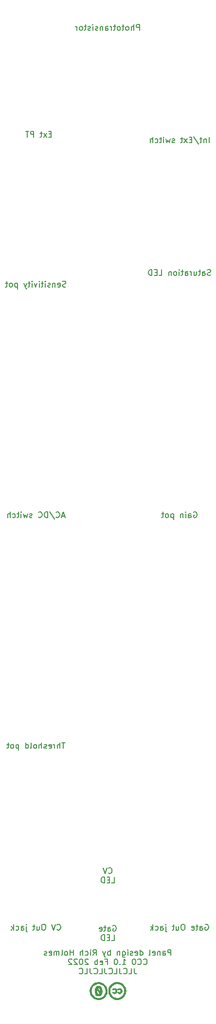
<source format=gbo>
G04 #@! TF.GenerationSoftware,KiCad,Pcbnew,6.0.2-378541a8eb~116~ubuntu20.04.1*
G04 #@! TF.CreationDate,2022-03-12T15:32:27-05:00*
G04 #@! TF.ProjectId,irinput_panel,6972696e-7075-4745-9f70-616e656c2e6b,rev?*
G04 #@! TF.SameCoordinates,Original*
G04 #@! TF.FileFunction,Legend,Bot*
G04 #@! TF.FilePolarity,Positive*
%FSLAX46Y46*%
G04 Gerber Fmt 4.6, Leading zero omitted, Abs format (unit mm)*
G04 Created by KiCad (PCBNEW 6.0.2-378541a8eb~116~ubuntu20.04.1) date 2022-03-12 15:32:27*
%MOMM*%
%LPD*%
G01*
G04 APERTURE LIST*
%ADD10C,0.150000*%
%ADD11C,0.010000*%
G04 APERTURE END LIST*
D10*
X43552380Y-119600000D02*
X43647619Y-119552380D01*
X43790476Y-119552380D01*
X43933333Y-119600000D01*
X44028571Y-119695238D01*
X44076190Y-119790476D01*
X44123809Y-119980952D01*
X44123809Y-120123809D01*
X44076190Y-120314285D01*
X44028571Y-120409523D01*
X43933333Y-120504761D01*
X43790476Y-120552380D01*
X43695238Y-120552380D01*
X43552380Y-120504761D01*
X43504761Y-120457142D01*
X43504761Y-120123809D01*
X43695238Y-120123809D01*
X42647619Y-120552380D02*
X42647619Y-120028571D01*
X42695238Y-119933333D01*
X42790476Y-119885714D01*
X42980952Y-119885714D01*
X43076190Y-119933333D01*
X42647619Y-120504761D02*
X42742857Y-120552380D01*
X42980952Y-120552380D01*
X43076190Y-120504761D01*
X43123809Y-120409523D01*
X43123809Y-120314285D01*
X43076190Y-120219047D01*
X42980952Y-120171428D01*
X42742857Y-120171428D01*
X42647619Y-120123809D01*
X42171428Y-120552380D02*
X42171428Y-119885714D01*
X42171428Y-119552380D02*
X42219047Y-119600000D01*
X42171428Y-119647619D01*
X42123809Y-119600000D01*
X42171428Y-119552380D01*
X42171428Y-119647619D01*
X41695238Y-119885714D02*
X41695238Y-120552380D01*
X41695238Y-119980952D02*
X41647619Y-119933333D01*
X41552380Y-119885714D01*
X41409523Y-119885714D01*
X41314285Y-119933333D01*
X41266666Y-120028571D01*
X41266666Y-120552380D01*
X40028571Y-119885714D02*
X40028571Y-120885714D01*
X40028571Y-119933333D02*
X39933333Y-119885714D01*
X39742857Y-119885714D01*
X39647619Y-119933333D01*
X39600000Y-119980952D01*
X39552380Y-120076190D01*
X39552380Y-120361904D01*
X39600000Y-120457142D01*
X39647619Y-120504761D01*
X39742857Y-120552380D01*
X39933333Y-120552380D01*
X40028571Y-120504761D01*
X38980952Y-120552380D02*
X39076190Y-120504761D01*
X39123809Y-120457142D01*
X39171428Y-120361904D01*
X39171428Y-120076190D01*
X39123809Y-119980952D01*
X39076190Y-119933333D01*
X38980952Y-119885714D01*
X38838095Y-119885714D01*
X38742857Y-119933333D01*
X38695238Y-119980952D01*
X38647619Y-120076190D01*
X38647619Y-120361904D01*
X38695238Y-120457142D01*
X38742857Y-120504761D01*
X38838095Y-120552380D01*
X38980952Y-120552380D01*
X38361904Y-119885714D02*
X37980952Y-119885714D01*
X38219047Y-119552380D02*
X38219047Y-120409523D01*
X38171428Y-120504761D01*
X38076190Y-120552380D01*
X37980952Y-120552380D01*
X45552380Y-191100000D02*
X45647619Y-191052380D01*
X45790476Y-191052380D01*
X45933333Y-191100000D01*
X46028571Y-191195238D01*
X46076190Y-191290476D01*
X46123809Y-191480952D01*
X46123809Y-191623809D01*
X46076190Y-191814285D01*
X46028571Y-191909523D01*
X45933333Y-192004761D01*
X45790476Y-192052380D01*
X45695238Y-192052380D01*
X45552380Y-192004761D01*
X45504761Y-191957142D01*
X45504761Y-191623809D01*
X45695238Y-191623809D01*
X44647619Y-192052380D02*
X44647619Y-191528571D01*
X44695238Y-191433333D01*
X44790476Y-191385714D01*
X44980952Y-191385714D01*
X45076190Y-191433333D01*
X44647619Y-192004761D02*
X44742857Y-192052380D01*
X44980952Y-192052380D01*
X45076190Y-192004761D01*
X45123809Y-191909523D01*
X45123809Y-191814285D01*
X45076190Y-191719047D01*
X44980952Y-191671428D01*
X44742857Y-191671428D01*
X44647619Y-191623809D01*
X44314285Y-191385714D02*
X43933333Y-191385714D01*
X44171428Y-191052380D02*
X44171428Y-191909523D01*
X44123809Y-192004761D01*
X44028571Y-192052380D01*
X43933333Y-192052380D01*
X43219047Y-192004761D02*
X43314285Y-192052380D01*
X43504761Y-192052380D01*
X43600000Y-192004761D01*
X43647619Y-191909523D01*
X43647619Y-191528571D01*
X43600000Y-191433333D01*
X43504761Y-191385714D01*
X43314285Y-191385714D01*
X43219047Y-191433333D01*
X43171428Y-191528571D01*
X43171428Y-191623809D01*
X43647619Y-191719047D01*
X41790476Y-191052380D02*
X41600000Y-191052380D01*
X41504761Y-191100000D01*
X41409523Y-191195238D01*
X41361904Y-191385714D01*
X41361904Y-191719047D01*
X41409523Y-191909523D01*
X41504761Y-192004761D01*
X41600000Y-192052380D01*
X41790476Y-192052380D01*
X41885714Y-192004761D01*
X41980952Y-191909523D01*
X42028571Y-191719047D01*
X42028571Y-191385714D01*
X41980952Y-191195238D01*
X41885714Y-191100000D01*
X41790476Y-191052380D01*
X40504761Y-191385714D02*
X40504761Y-192052380D01*
X40933333Y-191385714D02*
X40933333Y-191909523D01*
X40885714Y-192004761D01*
X40790476Y-192052380D01*
X40647619Y-192052380D01*
X40552380Y-192004761D01*
X40504761Y-191957142D01*
X40171428Y-191385714D02*
X39790476Y-191385714D01*
X40028571Y-191052380D02*
X40028571Y-191909523D01*
X39980952Y-192004761D01*
X39885714Y-192052380D01*
X39790476Y-192052380D01*
X38695238Y-191385714D02*
X38695238Y-192242857D01*
X38742857Y-192338095D01*
X38838095Y-192385714D01*
X38885714Y-192385714D01*
X38695238Y-191052380D02*
X38742857Y-191100000D01*
X38695238Y-191147619D01*
X38647619Y-191100000D01*
X38695238Y-191052380D01*
X38695238Y-191147619D01*
X37790476Y-192052380D02*
X37790476Y-191528571D01*
X37838095Y-191433333D01*
X37933333Y-191385714D01*
X38123809Y-191385714D01*
X38219047Y-191433333D01*
X37790476Y-192004761D02*
X37885714Y-192052380D01*
X38123809Y-192052380D01*
X38219047Y-192004761D01*
X38266666Y-191909523D01*
X38266666Y-191814285D01*
X38219047Y-191719047D01*
X38123809Y-191671428D01*
X37885714Y-191671428D01*
X37790476Y-191623809D01*
X36885714Y-192004761D02*
X36980952Y-192052380D01*
X37171428Y-192052380D01*
X37266666Y-192004761D01*
X37314285Y-191957142D01*
X37361904Y-191861904D01*
X37361904Y-191576190D01*
X37314285Y-191480952D01*
X37266666Y-191433333D01*
X37171428Y-191385714D01*
X36980952Y-191385714D01*
X36885714Y-191433333D01*
X36457142Y-192052380D02*
X36457142Y-191052380D01*
X36361904Y-191671428D02*
X36076190Y-192052380D01*
X36076190Y-191385714D02*
X36457142Y-191766666D01*
X29504761Y-191295000D02*
X29600000Y-191247380D01*
X29742857Y-191247380D01*
X29885714Y-191295000D01*
X29980952Y-191390238D01*
X30028571Y-191485476D01*
X30076190Y-191675952D01*
X30076190Y-191818809D01*
X30028571Y-192009285D01*
X29980952Y-192104523D01*
X29885714Y-192199761D01*
X29742857Y-192247380D01*
X29647619Y-192247380D01*
X29504761Y-192199761D01*
X29457142Y-192152142D01*
X29457142Y-191818809D01*
X29647619Y-191818809D01*
X28600000Y-192247380D02*
X28600000Y-191723571D01*
X28647619Y-191628333D01*
X28742857Y-191580714D01*
X28933333Y-191580714D01*
X29028571Y-191628333D01*
X28600000Y-192199761D02*
X28695238Y-192247380D01*
X28933333Y-192247380D01*
X29028571Y-192199761D01*
X29076190Y-192104523D01*
X29076190Y-192009285D01*
X29028571Y-191914047D01*
X28933333Y-191866428D01*
X28695238Y-191866428D01*
X28600000Y-191818809D01*
X28266666Y-191580714D02*
X27885714Y-191580714D01*
X28123809Y-191247380D02*
X28123809Y-192104523D01*
X28076190Y-192199761D01*
X27980952Y-192247380D01*
X27885714Y-192247380D01*
X27171428Y-192199761D02*
X27266666Y-192247380D01*
X27457142Y-192247380D01*
X27552380Y-192199761D01*
X27600000Y-192104523D01*
X27600000Y-191723571D01*
X27552380Y-191628333D01*
X27457142Y-191580714D01*
X27266666Y-191580714D01*
X27171428Y-191628333D01*
X27123809Y-191723571D01*
X27123809Y-191818809D01*
X27600000Y-191914047D01*
X29242857Y-193857380D02*
X29719047Y-193857380D01*
X29719047Y-192857380D01*
X28909523Y-193333571D02*
X28576190Y-193333571D01*
X28433333Y-193857380D02*
X28909523Y-193857380D01*
X28909523Y-192857380D01*
X28433333Y-192857380D01*
X28004761Y-193857380D02*
X28004761Y-192857380D01*
X27766666Y-192857380D01*
X27623809Y-192905000D01*
X27528571Y-193000238D01*
X27480952Y-193095476D01*
X27433333Y-193285952D01*
X27433333Y-193428809D01*
X27480952Y-193619285D01*
X27528571Y-193714523D01*
X27623809Y-193809761D01*
X27766666Y-193857380D01*
X28004761Y-193857380D01*
X18766666Y-54028571D02*
X18433333Y-54028571D01*
X18290476Y-54552380D02*
X18766666Y-54552380D01*
X18766666Y-53552380D01*
X18290476Y-53552380D01*
X17957142Y-54552380D02*
X17433333Y-53885714D01*
X17957142Y-53885714D02*
X17433333Y-54552380D01*
X17195238Y-53885714D02*
X16814285Y-53885714D01*
X17052380Y-53552380D02*
X17052380Y-54409523D01*
X17004761Y-54504761D01*
X16909523Y-54552380D01*
X16814285Y-54552380D01*
X15719047Y-54552380D02*
X15719047Y-53552380D01*
X15338095Y-53552380D01*
X15242857Y-53600000D01*
X15195238Y-53647619D01*
X15147619Y-53742857D01*
X15147619Y-53885714D01*
X15195238Y-53980952D01*
X15242857Y-54028571D01*
X15338095Y-54076190D01*
X15719047Y-54076190D01*
X14861904Y-53552380D02*
X14290476Y-53552380D01*
X14576190Y-54552380D02*
X14576190Y-53552380D01*
X28719047Y-182152142D02*
X28766666Y-182199761D01*
X28909523Y-182247380D01*
X29004761Y-182247380D01*
X29147619Y-182199761D01*
X29242857Y-182104523D01*
X29290476Y-182009285D01*
X29338095Y-181818809D01*
X29338095Y-181675952D01*
X29290476Y-181485476D01*
X29242857Y-181390238D01*
X29147619Y-181295000D01*
X29004761Y-181247380D01*
X28909523Y-181247380D01*
X28766666Y-181295000D01*
X28719047Y-181342619D01*
X28433333Y-181247380D02*
X28100000Y-182247380D01*
X27766666Y-181247380D01*
X29242857Y-183857380D02*
X29719047Y-183857380D01*
X29719047Y-182857380D01*
X28909523Y-183333571D02*
X28576190Y-183333571D01*
X28433333Y-183857380D02*
X28909523Y-183857380D01*
X28909523Y-182857380D01*
X28433333Y-182857380D01*
X28004761Y-183857380D02*
X28004761Y-182857380D01*
X27766666Y-182857380D01*
X27623809Y-182905000D01*
X27528571Y-183000238D01*
X27480952Y-183095476D01*
X27433333Y-183285952D01*
X27433333Y-183428809D01*
X27480952Y-183619285D01*
X27528571Y-183714523D01*
X27623809Y-183809761D01*
X27766666Y-183857380D01*
X28004761Y-183857380D01*
X46504761Y-78504761D02*
X46361904Y-78552380D01*
X46123809Y-78552380D01*
X46028571Y-78504761D01*
X45980952Y-78457142D01*
X45933333Y-78361904D01*
X45933333Y-78266666D01*
X45980952Y-78171428D01*
X46028571Y-78123809D01*
X46123809Y-78076190D01*
X46314285Y-78028571D01*
X46409523Y-77980952D01*
X46457142Y-77933333D01*
X46504761Y-77838095D01*
X46504761Y-77742857D01*
X46457142Y-77647619D01*
X46409523Y-77600000D01*
X46314285Y-77552380D01*
X46076190Y-77552380D01*
X45933333Y-77600000D01*
X45076190Y-78552380D02*
X45076190Y-78028571D01*
X45123809Y-77933333D01*
X45219047Y-77885714D01*
X45409523Y-77885714D01*
X45504761Y-77933333D01*
X45076190Y-78504761D02*
X45171428Y-78552380D01*
X45409523Y-78552380D01*
X45504761Y-78504761D01*
X45552380Y-78409523D01*
X45552380Y-78314285D01*
X45504761Y-78219047D01*
X45409523Y-78171428D01*
X45171428Y-78171428D01*
X45076190Y-78123809D01*
X44742857Y-77885714D02*
X44361904Y-77885714D01*
X44600000Y-77552380D02*
X44600000Y-78409523D01*
X44552380Y-78504761D01*
X44457142Y-78552380D01*
X44361904Y-78552380D01*
X43600000Y-77885714D02*
X43600000Y-78552380D01*
X44028571Y-77885714D02*
X44028571Y-78409523D01*
X43980952Y-78504761D01*
X43885714Y-78552380D01*
X43742857Y-78552380D01*
X43647619Y-78504761D01*
X43600000Y-78457142D01*
X43123809Y-78552380D02*
X43123809Y-77885714D01*
X43123809Y-78076190D02*
X43076190Y-77980952D01*
X43028571Y-77933333D01*
X42933333Y-77885714D01*
X42838095Y-77885714D01*
X42076190Y-78552380D02*
X42076190Y-78028571D01*
X42123809Y-77933333D01*
X42219047Y-77885714D01*
X42409523Y-77885714D01*
X42504761Y-77933333D01*
X42076190Y-78504761D02*
X42171428Y-78552380D01*
X42409523Y-78552380D01*
X42504761Y-78504761D01*
X42552380Y-78409523D01*
X42552380Y-78314285D01*
X42504761Y-78219047D01*
X42409523Y-78171428D01*
X42171428Y-78171428D01*
X42076190Y-78123809D01*
X41742857Y-77885714D02*
X41361904Y-77885714D01*
X41600000Y-77552380D02*
X41600000Y-78409523D01*
X41552380Y-78504761D01*
X41457142Y-78552380D01*
X41361904Y-78552380D01*
X41028571Y-78552380D02*
X41028571Y-77885714D01*
X41028571Y-77552380D02*
X41076190Y-77600000D01*
X41028571Y-77647619D01*
X40980952Y-77600000D01*
X41028571Y-77552380D01*
X41028571Y-77647619D01*
X40409523Y-78552380D02*
X40504761Y-78504761D01*
X40552380Y-78457142D01*
X40600000Y-78361904D01*
X40600000Y-78076190D01*
X40552380Y-77980952D01*
X40504761Y-77933333D01*
X40409523Y-77885714D01*
X40266666Y-77885714D01*
X40171428Y-77933333D01*
X40123809Y-77980952D01*
X40076190Y-78076190D01*
X40076190Y-78361904D01*
X40123809Y-78457142D01*
X40171428Y-78504761D01*
X40266666Y-78552380D01*
X40409523Y-78552380D01*
X39647619Y-77885714D02*
X39647619Y-78552380D01*
X39647619Y-77980952D02*
X39600000Y-77933333D01*
X39504761Y-77885714D01*
X39361904Y-77885714D01*
X39266666Y-77933333D01*
X39219047Y-78028571D01*
X39219047Y-78552380D01*
X37504761Y-78552380D02*
X37980952Y-78552380D01*
X37980952Y-77552380D01*
X37171428Y-78028571D02*
X36838095Y-78028571D01*
X36695238Y-78552380D02*
X37171428Y-78552380D01*
X37171428Y-77552380D01*
X36695238Y-77552380D01*
X36266666Y-78552380D02*
X36266666Y-77552380D01*
X36028571Y-77552380D01*
X35885714Y-77600000D01*
X35790476Y-77695238D01*
X35742857Y-77790476D01*
X35695238Y-77980952D01*
X35695238Y-78123809D01*
X35742857Y-78314285D01*
X35790476Y-78409523D01*
X35885714Y-78504761D01*
X36028571Y-78552380D01*
X36266666Y-78552380D01*
X34100000Y-36052380D02*
X34100000Y-35052380D01*
X33719047Y-35052380D01*
X33623809Y-35100000D01*
X33576190Y-35147619D01*
X33528571Y-35242857D01*
X33528571Y-35385714D01*
X33576190Y-35480952D01*
X33623809Y-35528571D01*
X33719047Y-35576190D01*
X34100000Y-35576190D01*
X33100000Y-36052380D02*
X33100000Y-35052380D01*
X32671428Y-36052380D02*
X32671428Y-35528571D01*
X32719047Y-35433333D01*
X32814285Y-35385714D01*
X32957142Y-35385714D01*
X33052380Y-35433333D01*
X33100000Y-35480952D01*
X32052380Y-36052380D02*
X32147619Y-36004761D01*
X32195238Y-35957142D01*
X32242857Y-35861904D01*
X32242857Y-35576190D01*
X32195238Y-35480952D01*
X32147619Y-35433333D01*
X32052380Y-35385714D01*
X31909523Y-35385714D01*
X31814285Y-35433333D01*
X31766666Y-35480952D01*
X31719047Y-35576190D01*
X31719047Y-35861904D01*
X31766666Y-35957142D01*
X31814285Y-36004761D01*
X31909523Y-36052380D01*
X32052380Y-36052380D01*
X31433333Y-35385714D02*
X31052380Y-35385714D01*
X31290476Y-35052380D02*
X31290476Y-35909523D01*
X31242857Y-36004761D01*
X31147619Y-36052380D01*
X31052380Y-36052380D01*
X30576190Y-36052380D02*
X30671428Y-36004761D01*
X30719047Y-35957142D01*
X30766666Y-35861904D01*
X30766666Y-35576190D01*
X30719047Y-35480952D01*
X30671428Y-35433333D01*
X30576190Y-35385714D01*
X30433333Y-35385714D01*
X30338095Y-35433333D01*
X30290476Y-35480952D01*
X30242857Y-35576190D01*
X30242857Y-35861904D01*
X30290476Y-35957142D01*
X30338095Y-36004761D01*
X30433333Y-36052380D01*
X30576190Y-36052380D01*
X29957142Y-35385714D02*
X29576190Y-35385714D01*
X29814285Y-35052380D02*
X29814285Y-35909523D01*
X29766666Y-36004761D01*
X29671428Y-36052380D01*
X29576190Y-36052380D01*
X29242857Y-36052380D02*
X29242857Y-35385714D01*
X29242857Y-35576190D02*
X29195238Y-35480952D01*
X29147619Y-35433333D01*
X29052380Y-35385714D01*
X28957142Y-35385714D01*
X28195238Y-36052380D02*
X28195238Y-35528571D01*
X28242857Y-35433333D01*
X28338095Y-35385714D01*
X28528571Y-35385714D01*
X28623809Y-35433333D01*
X28195238Y-36004761D02*
X28290476Y-36052380D01*
X28528571Y-36052380D01*
X28623809Y-36004761D01*
X28671428Y-35909523D01*
X28671428Y-35814285D01*
X28623809Y-35719047D01*
X28528571Y-35671428D01*
X28290476Y-35671428D01*
X28195238Y-35623809D01*
X27719047Y-35385714D02*
X27719047Y-36052380D01*
X27719047Y-35480952D02*
X27671428Y-35433333D01*
X27576190Y-35385714D01*
X27433333Y-35385714D01*
X27338095Y-35433333D01*
X27290476Y-35528571D01*
X27290476Y-36052380D01*
X26861904Y-36004761D02*
X26766666Y-36052380D01*
X26576190Y-36052380D01*
X26480952Y-36004761D01*
X26433333Y-35909523D01*
X26433333Y-35861904D01*
X26480952Y-35766666D01*
X26576190Y-35719047D01*
X26719047Y-35719047D01*
X26814285Y-35671428D01*
X26861904Y-35576190D01*
X26861904Y-35528571D01*
X26814285Y-35433333D01*
X26719047Y-35385714D01*
X26576190Y-35385714D01*
X26480952Y-35433333D01*
X26004761Y-36052380D02*
X26004761Y-35385714D01*
X26004761Y-35052380D02*
X26052380Y-35100000D01*
X26004761Y-35147619D01*
X25957142Y-35100000D01*
X26004761Y-35052380D01*
X26004761Y-35147619D01*
X25576190Y-36004761D02*
X25480952Y-36052380D01*
X25290476Y-36052380D01*
X25195238Y-36004761D01*
X25147619Y-35909523D01*
X25147619Y-35861904D01*
X25195238Y-35766666D01*
X25290476Y-35719047D01*
X25433333Y-35719047D01*
X25528571Y-35671428D01*
X25576190Y-35576190D01*
X25576190Y-35528571D01*
X25528571Y-35433333D01*
X25433333Y-35385714D01*
X25290476Y-35385714D01*
X25195238Y-35433333D01*
X24861904Y-35385714D02*
X24480952Y-35385714D01*
X24719047Y-35052380D02*
X24719047Y-35909523D01*
X24671428Y-36004761D01*
X24576190Y-36052380D01*
X24480952Y-36052380D01*
X24004761Y-36052380D02*
X24100000Y-36004761D01*
X24147619Y-35957142D01*
X24195238Y-35861904D01*
X24195238Y-35576190D01*
X24147619Y-35480952D01*
X24100000Y-35433333D01*
X24004761Y-35385714D01*
X23861904Y-35385714D01*
X23766666Y-35433333D01*
X23719047Y-35480952D01*
X23671428Y-35576190D01*
X23671428Y-35861904D01*
X23719047Y-35957142D01*
X23766666Y-36004761D01*
X23861904Y-36052380D01*
X24004761Y-36052380D01*
X23242857Y-36052380D02*
X23242857Y-35385714D01*
X23242857Y-35576190D02*
X23195238Y-35480952D01*
X23147619Y-35433333D01*
X23052380Y-35385714D01*
X22957142Y-35385714D01*
X39600000Y-196442380D02*
X39600000Y-195442380D01*
X39219047Y-195442380D01*
X39123809Y-195490000D01*
X39076190Y-195537619D01*
X39028571Y-195632857D01*
X39028571Y-195775714D01*
X39076190Y-195870952D01*
X39123809Y-195918571D01*
X39219047Y-195966190D01*
X39600000Y-195966190D01*
X38171428Y-196442380D02*
X38171428Y-195918571D01*
X38219047Y-195823333D01*
X38314285Y-195775714D01*
X38504761Y-195775714D01*
X38600000Y-195823333D01*
X38171428Y-196394761D02*
X38266666Y-196442380D01*
X38504761Y-196442380D01*
X38600000Y-196394761D01*
X38647619Y-196299523D01*
X38647619Y-196204285D01*
X38600000Y-196109047D01*
X38504761Y-196061428D01*
X38266666Y-196061428D01*
X38171428Y-196013809D01*
X37695238Y-195775714D02*
X37695238Y-196442380D01*
X37695238Y-195870952D02*
X37647619Y-195823333D01*
X37552380Y-195775714D01*
X37409523Y-195775714D01*
X37314285Y-195823333D01*
X37266666Y-195918571D01*
X37266666Y-196442380D01*
X36409523Y-196394761D02*
X36504761Y-196442380D01*
X36695238Y-196442380D01*
X36790476Y-196394761D01*
X36838095Y-196299523D01*
X36838095Y-195918571D01*
X36790476Y-195823333D01*
X36695238Y-195775714D01*
X36504761Y-195775714D01*
X36409523Y-195823333D01*
X36361904Y-195918571D01*
X36361904Y-196013809D01*
X36838095Y-196109047D01*
X35790476Y-196442380D02*
X35885714Y-196394761D01*
X35933333Y-196299523D01*
X35933333Y-195442380D01*
X34219047Y-196442380D02*
X34219047Y-195442380D01*
X34219047Y-196394761D02*
X34314285Y-196442380D01*
X34504761Y-196442380D01*
X34600000Y-196394761D01*
X34647619Y-196347142D01*
X34695238Y-196251904D01*
X34695238Y-195966190D01*
X34647619Y-195870952D01*
X34600000Y-195823333D01*
X34504761Y-195775714D01*
X34314285Y-195775714D01*
X34219047Y-195823333D01*
X33361904Y-196394761D02*
X33457142Y-196442380D01*
X33647619Y-196442380D01*
X33742857Y-196394761D01*
X33790476Y-196299523D01*
X33790476Y-195918571D01*
X33742857Y-195823333D01*
X33647619Y-195775714D01*
X33457142Y-195775714D01*
X33361904Y-195823333D01*
X33314285Y-195918571D01*
X33314285Y-196013809D01*
X33790476Y-196109047D01*
X32933333Y-196394761D02*
X32838095Y-196442380D01*
X32647619Y-196442380D01*
X32552380Y-196394761D01*
X32504761Y-196299523D01*
X32504761Y-196251904D01*
X32552380Y-196156666D01*
X32647619Y-196109047D01*
X32790476Y-196109047D01*
X32885714Y-196061428D01*
X32933333Y-195966190D01*
X32933333Y-195918571D01*
X32885714Y-195823333D01*
X32790476Y-195775714D01*
X32647619Y-195775714D01*
X32552380Y-195823333D01*
X32076190Y-196442380D02*
X32076190Y-195775714D01*
X32076190Y-195442380D02*
X32123809Y-195490000D01*
X32076190Y-195537619D01*
X32028571Y-195490000D01*
X32076190Y-195442380D01*
X32076190Y-195537619D01*
X31171428Y-195775714D02*
X31171428Y-196585238D01*
X31219047Y-196680476D01*
X31266666Y-196728095D01*
X31361904Y-196775714D01*
X31504761Y-196775714D01*
X31600000Y-196728095D01*
X31171428Y-196394761D02*
X31266666Y-196442380D01*
X31457142Y-196442380D01*
X31552380Y-196394761D01*
X31600000Y-196347142D01*
X31647619Y-196251904D01*
X31647619Y-195966190D01*
X31600000Y-195870952D01*
X31552380Y-195823333D01*
X31457142Y-195775714D01*
X31266666Y-195775714D01*
X31171428Y-195823333D01*
X30695238Y-195775714D02*
X30695238Y-196442380D01*
X30695238Y-195870952D02*
X30647619Y-195823333D01*
X30552380Y-195775714D01*
X30409523Y-195775714D01*
X30314285Y-195823333D01*
X30266666Y-195918571D01*
X30266666Y-196442380D01*
X29028571Y-196442380D02*
X29028571Y-195442380D01*
X29028571Y-195823333D02*
X28933333Y-195775714D01*
X28742857Y-195775714D01*
X28647619Y-195823333D01*
X28600000Y-195870952D01*
X28552380Y-195966190D01*
X28552380Y-196251904D01*
X28600000Y-196347142D01*
X28647619Y-196394761D01*
X28742857Y-196442380D01*
X28933333Y-196442380D01*
X29028571Y-196394761D01*
X28219047Y-195775714D02*
X27980952Y-196442380D01*
X27742857Y-195775714D02*
X27980952Y-196442380D01*
X28076190Y-196680476D01*
X28123809Y-196728095D01*
X28219047Y-196775714D01*
X26028571Y-196442380D02*
X26361904Y-195966190D01*
X26600000Y-196442380D02*
X26600000Y-195442380D01*
X26219047Y-195442380D01*
X26123809Y-195490000D01*
X26076190Y-195537619D01*
X26028571Y-195632857D01*
X26028571Y-195775714D01*
X26076190Y-195870952D01*
X26123809Y-195918571D01*
X26219047Y-195966190D01*
X26600000Y-195966190D01*
X25600000Y-196442380D02*
X25600000Y-195775714D01*
X25600000Y-195442380D02*
X25647619Y-195490000D01*
X25600000Y-195537619D01*
X25552380Y-195490000D01*
X25600000Y-195442380D01*
X25600000Y-195537619D01*
X24695238Y-196394761D02*
X24790476Y-196442380D01*
X24980952Y-196442380D01*
X25076190Y-196394761D01*
X25123809Y-196347142D01*
X25171428Y-196251904D01*
X25171428Y-195966190D01*
X25123809Y-195870952D01*
X25076190Y-195823333D01*
X24980952Y-195775714D01*
X24790476Y-195775714D01*
X24695238Y-195823333D01*
X24266666Y-196442380D02*
X24266666Y-195442380D01*
X23838095Y-196442380D02*
X23838095Y-195918571D01*
X23885714Y-195823333D01*
X23980952Y-195775714D01*
X24123809Y-195775714D01*
X24219047Y-195823333D01*
X24266666Y-195870952D01*
X22600000Y-196442380D02*
X22600000Y-195442380D01*
X22600000Y-195918571D02*
X22028571Y-195918571D01*
X22028571Y-196442380D02*
X22028571Y-195442380D01*
X21409523Y-196442380D02*
X21504761Y-196394761D01*
X21552380Y-196347142D01*
X21600000Y-196251904D01*
X21600000Y-195966190D01*
X21552380Y-195870952D01*
X21504761Y-195823333D01*
X21409523Y-195775714D01*
X21266666Y-195775714D01*
X21171428Y-195823333D01*
X21123809Y-195870952D01*
X21076190Y-195966190D01*
X21076190Y-196251904D01*
X21123809Y-196347142D01*
X21171428Y-196394761D01*
X21266666Y-196442380D01*
X21409523Y-196442380D01*
X20504761Y-196442380D02*
X20600000Y-196394761D01*
X20647619Y-196299523D01*
X20647619Y-195442380D01*
X20123809Y-196442380D02*
X20123809Y-195775714D01*
X20123809Y-195870952D02*
X20076190Y-195823333D01*
X19980952Y-195775714D01*
X19838095Y-195775714D01*
X19742857Y-195823333D01*
X19695238Y-195918571D01*
X19695238Y-196442380D01*
X19695238Y-195918571D02*
X19647619Y-195823333D01*
X19552380Y-195775714D01*
X19409523Y-195775714D01*
X19314285Y-195823333D01*
X19266666Y-195918571D01*
X19266666Y-196442380D01*
X18409523Y-196394761D02*
X18504761Y-196442380D01*
X18695238Y-196442380D01*
X18790476Y-196394761D01*
X18838095Y-196299523D01*
X18838095Y-195918571D01*
X18790476Y-195823333D01*
X18695238Y-195775714D01*
X18504761Y-195775714D01*
X18409523Y-195823333D01*
X18361904Y-195918571D01*
X18361904Y-196013809D01*
X18838095Y-196109047D01*
X17980952Y-196394761D02*
X17885714Y-196442380D01*
X17695238Y-196442380D01*
X17600000Y-196394761D01*
X17552380Y-196299523D01*
X17552380Y-196251904D01*
X17600000Y-196156666D01*
X17695238Y-196109047D01*
X17838095Y-196109047D01*
X17933333Y-196061428D01*
X17980952Y-195966190D01*
X17980952Y-195918571D01*
X17933333Y-195823333D01*
X17838095Y-195775714D01*
X17695238Y-195775714D01*
X17600000Y-195823333D01*
X34814285Y-197957142D02*
X34861904Y-198004761D01*
X35004761Y-198052380D01*
X35100000Y-198052380D01*
X35242857Y-198004761D01*
X35338095Y-197909523D01*
X35385714Y-197814285D01*
X35433333Y-197623809D01*
X35433333Y-197480952D01*
X35385714Y-197290476D01*
X35338095Y-197195238D01*
X35242857Y-197100000D01*
X35100000Y-197052380D01*
X35004761Y-197052380D01*
X34861904Y-197100000D01*
X34814285Y-197147619D01*
X33814285Y-197957142D02*
X33861904Y-198004761D01*
X34004761Y-198052380D01*
X34100000Y-198052380D01*
X34242857Y-198004761D01*
X34338095Y-197909523D01*
X34385714Y-197814285D01*
X34433333Y-197623809D01*
X34433333Y-197480952D01*
X34385714Y-197290476D01*
X34338095Y-197195238D01*
X34242857Y-197100000D01*
X34100000Y-197052380D01*
X34004761Y-197052380D01*
X33861904Y-197100000D01*
X33814285Y-197147619D01*
X33195238Y-197052380D02*
X33100000Y-197052380D01*
X33004761Y-197100000D01*
X32957142Y-197147619D01*
X32909523Y-197242857D01*
X32861904Y-197433333D01*
X32861904Y-197671428D01*
X32909523Y-197861904D01*
X32957142Y-197957142D01*
X33004761Y-198004761D01*
X33100000Y-198052380D01*
X33195238Y-198052380D01*
X33290476Y-198004761D01*
X33338095Y-197957142D01*
X33385714Y-197861904D01*
X33433333Y-197671428D01*
X33433333Y-197433333D01*
X33385714Y-197242857D01*
X33338095Y-197147619D01*
X33290476Y-197100000D01*
X33195238Y-197052380D01*
X31147619Y-198052380D02*
X31719047Y-198052380D01*
X31433333Y-198052380D02*
X31433333Y-197052380D01*
X31528571Y-197195238D01*
X31623809Y-197290476D01*
X31719047Y-197338095D01*
X30719047Y-197957142D02*
X30671428Y-198004761D01*
X30719047Y-198052380D01*
X30766666Y-198004761D01*
X30719047Y-197957142D01*
X30719047Y-198052380D01*
X30052380Y-197052380D02*
X29957142Y-197052380D01*
X29861904Y-197100000D01*
X29814285Y-197147619D01*
X29766666Y-197242857D01*
X29719047Y-197433333D01*
X29719047Y-197671428D01*
X29766666Y-197861904D01*
X29814285Y-197957142D01*
X29861904Y-198004761D01*
X29957142Y-198052380D01*
X30052380Y-198052380D01*
X30147619Y-198004761D01*
X30195238Y-197957142D01*
X30242857Y-197861904D01*
X30290476Y-197671428D01*
X30290476Y-197433333D01*
X30242857Y-197242857D01*
X30195238Y-197147619D01*
X30147619Y-197100000D01*
X30052380Y-197052380D01*
X28195238Y-197528571D02*
X28528571Y-197528571D01*
X28528571Y-198052380D02*
X28528571Y-197052380D01*
X28052380Y-197052380D01*
X27290476Y-198004761D02*
X27385714Y-198052380D01*
X27576190Y-198052380D01*
X27671428Y-198004761D01*
X27719047Y-197909523D01*
X27719047Y-197528571D01*
X27671428Y-197433333D01*
X27576190Y-197385714D01*
X27385714Y-197385714D01*
X27290476Y-197433333D01*
X27242857Y-197528571D01*
X27242857Y-197623809D01*
X27719047Y-197719047D01*
X26814285Y-198052380D02*
X26814285Y-197052380D01*
X26814285Y-197433333D02*
X26719047Y-197385714D01*
X26528571Y-197385714D01*
X26433333Y-197433333D01*
X26385714Y-197480952D01*
X26338095Y-197576190D01*
X26338095Y-197861904D01*
X26385714Y-197957142D01*
X26433333Y-198004761D01*
X26528571Y-198052380D01*
X26719047Y-198052380D01*
X26814285Y-198004761D01*
X25195238Y-197147619D02*
X25147619Y-197100000D01*
X25052380Y-197052380D01*
X24814285Y-197052380D01*
X24719047Y-197100000D01*
X24671428Y-197147619D01*
X24623809Y-197242857D01*
X24623809Y-197338095D01*
X24671428Y-197480952D01*
X25242857Y-198052380D01*
X24623809Y-198052380D01*
X24004761Y-197052380D02*
X23909523Y-197052380D01*
X23814285Y-197100000D01*
X23766666Y-197147619D01*
X23719047Y-197242857D01*
X23671428Y-197433333D01*
X23671428Y-197671428D01*
X23719047Y-197861904D01*
X23766666Y-197957142D01*
X23814285Y-198004761D01*
X23909523Y-198052380D01*
X24004761Y-198052380D01*
X24100000Y-198004761D01*
X24147619Y-197957142D01*
X24195238Y-197861904D01*
X24242857Y-197671428D01*
X24242857Y-197433333D01*
X24195238Y-197242857D01*
X24147619Y-197147619D01*
X24100000Y-197100000D01*
X24004761Y-197052380D01*
X23290476Y-197147619D02*
X23242857Y-197100000D01*
X23147619Y-197052380D01*
X22909523Y-197052380D01*
X22814285Y-197100000D01*
X22766666Y-197147619D01*
X22719047Y-197242857D01*
X22719047Y-197338095D01*
X22766666Y-197480952D01*
X23338095Y-198052380D01*
X22719047Y-198052380D01*
X22338095Y-197147619D02*
X22290476Y-197100000D01*
X22195238Y-197052380D01*
X21957142Y-197052380D01*
X21861904Y-197100000D01*
X21814285Y-197147619D01*
X21766666Y-197242857D01*
X21766666Y-197338095D01*
X21814285Y-197480952D01*
X22385714Y-198052380D01*
X21766666Y-198052380D01*
X33219047Y-198662380D02*
X33219047Y-199376666D01*
X33266666Y-199519523D01*
X33361904Y-199614761D01*
X33504761Y-199662380D01*
X33600000Y-199662380D01*
X32266666Y-199662380D02*
X32742857Y-199662380D01*
X32742857Y-198662380D01*
X31361904Y-199567142D02*
X31409523Y-199614761D01*
X31552380Y-199662380D01*
X31647619Y-199662380D01*
X31790476Y-199614761D01*
X31885714Y-199519523D01*
X31933333Y-199424285D01*
X31980952Y-199233809D01*
X31980952Y-199090952D01*
X31933333Y-198900476D01*
X31885714Y-198805238D01*
X31790476Y-198710000D01*
X31647619Y-198662380D01*
X31552380Y-198662380D01*
X31409523Y-198710000D01*
X31361904Y-198757619D01*
X30647619Y-198662380D02*
X30647619Y-199376666D01*
X30695238Y-199519523D01*
X30790476Y-199614761D01*
X30933333Y-199662380D01*
X31028571Y-199662380D01*
X29695238Y-199662380D02*
X30171428Y-199662380D01*
X30171428Y-198662380D01*
X28790476Y-199567142D02*
X28838095Y-199614761D01*
X28980952Y-199662380D01*
X29076190Y-199662380D01*
X29219047Y-199614761D01*
X29314285Y-199519523D01*
X29361904Y-199424285D01*
X29409523Y-199233809D01*
X29409523Y-199090952D01*
X29361904Y-198900476D01*
X29314285Y-198805238D01*
X29219047Y-198710000D01*
X29076190Y-198662380D01*
X28980952Y-198662380D01*
X28838095Y-198710000D01*
X28790476Y-198757619D01*
X28076190Y-198662380D02*
X28076190Y-199376666D01*
X28123809Y-199519523D01*
X28219047Y-199614761D01*
X28361904Y-199662380D01*
X28457142Y-199662380D01*
X27123809Y-199662380D02*
X27600000Y-199662380D01*
X27600000Y-198662380D01*
X26219047Y-199567142D02*
X26266666Y-199614761D01*
X26409523Y-199662380D01*
X26504761Y-199662380D01*
X26647619Y-199614761D01*
X26742857Y-199519523D01*
X26790476Y-199424285D01*
X26838095Y-199233809D01*
X26838095Y-199090952D01*
X26790476Y-198900476D01*
X26742857Y-198805238D01*
X26647619Y-198710000D01*
X26504761Y-198662380D01*
X26409523Y-198662380D01*
X26266666Y-198710000D01*
X26219047Y-198757619D01*
X25504761Y-198662380D02*
X25504761Y-199376666D01*
X25552380Y-199519523D01*
X25647619Y-199614761D01*
X25790476Y-199662380D01*
X25885714Y-199662380D01*
X24552380Y-199662380D02*
X25028571Y-199662380D01*
X25028571Y-198662380D01*
X23647619Y-199567142D02*
X23695238Y-199614761D01*
X23838095Y-199662380D01*
X23933333Y-199662380D01*
X24076190Y-199614761D01*
X24171428Y-199519523D01*
X24219047Y-199424285D01*
X24266666Y-199233809D01*
X24266666Y-199090952D01*
X24219047Y-198900476D01*
X24171428Y-198805238D01*
X24076190Y-198710000D01*
X23933333Y-198662380D01*
X23838095Y-198662380D01*
X23695238Y-198710000D01*
X23647619Y-198757619D01*
X21290476Y-80504761D02*
X21147619Y-80552380D01*
X20909523Y-80552380D01*
X20814285Y-80504761D01*
X20766666Y-80457142D01*
X20719047Y-80361904D01*
X20719047Y-80266666D01*
X20766666Y-80171428D01*
X20814285Y-80123809D01*
X20909523Y-80076190D01*
X21100000Y-80028571D01*
X21195238Y-79980952D01*
X21242857Y-79933333D01*
X21290476Y-79838095D01*
X21290476Y-79742857D01*
X21242857Y-79647619D01*
X21195238Y-79600000D01*
X21100000Y-79552380D01*
X20861904Y-79552380D01*
X20719047Y-79600000D01*
X19909523Y-80504761D02*
X20004761Y-80552380D01*
X20195238Y-80552380D01*
X20290476Y-80504761D01*
X20338095Y-80409523D01*
X20338095Y-80028571D01*
X20290476Y-79933333D01*
X20195238Y-79885714D01*
X20004761Y-79885714D01*
X19909523Y-79933333D01*
X19861904Y-80028571D01*
X19861904Y-80123809D01*
X20338095Y-80219047D01*
X19433333Y-79885714D02*
X19433333Y-80552380D01*
X19433333Y-79980952D02*
X19385714Y-79933333D01*
X19290476Y-79885714D01*
X19147619Y-79885714D01*
X19052380Y-79933333D01*
X19004761Y-80028571D01*
X19004761Y-80552380D01*
X18576190Y-80504761D02*
X18480952Y-80552380D01*
X18290476Y-80552380D01*
X18195238Y-80504761D01*
X18147619Y-80409523D01*
X18147619Y-80361904D01*
X18195238Y-80266666D01*
X18290476Y-80219047D01*
X18433333Y-80219047D01*
X18528571Y-80171428D01*
X18576190Y-80076190D01*
X18576190Y-80028571D01*
X18528571Y-79933333D01*
X18433333Y-79885714D01*
X18290476Y-79885714D01*
X18195238Y-79933333D01*
X17719047Y-80552380D02*
X17719047Y-79885714D01*
X17719047Y-79552380D02*
X17766666Y-79600000D01*
X17719047Y-79647619D01*
X17671428Y-79600000D01*
X17719047Y-79552380D01*
X17719047Y-79647619D01*
X17385714Y-79885714D02*
X17004761Y-79885714D01*
X17242857Y-79552380D02*
X17242857Y-80409523D01*
X17195238Y-80504761D01*
X17100000Y-80552380D01*
X17004761Y-80552380D01*
X16671428Y-80552380D02*
X16671428Y-79885714D01*
X16671428Y-79552380D02*
X16719047Y-79600000D01*
X16671428Y-79647619D01*
X16623809Y-79600000D01*
X16671428Y-79552380D01*
X16671428Y-79647619D01*
X16290476Y-79885714D02*
X16052380Y-80552380D01*
X15814285Y-79885714D01*
X15433333Y-80552380D02*
X15433333Y-79885714D01*
X15433333Y-79552380D02*
X15480952Y-79600000D01*
X15433333Y-79647619D01*
X15385714Y-79600000D01*
X15433333Y-79552380D01*
X15433333Y-79647619D01*
X15100000Y-79885714D02*
X14719047Y-79885714D01*
X14957142Y-79552380D02*
X14957142Y-80409523D01*
X14909523Y-80504761D01*
X14814285Y-80552380D01*
X14719047Y-80552380D01*
X14480952Y-79885714D02*
X14242857Y-80552380D01*
X14004761Y-79885714D02*
X14242857Y-80552380D01*
X14338095Y-80790476D01*
X14385714Y-80838095D01*
X14480952Y-80885714D01*
X12861904Y-79885714D02*
X12861904Y-80885714D01*
X12861904Y-79933333D02*
X12766666Y-79885714D01*
X12576190Y-79885714D01*
X12480952Y-79933333D01*
X12433333Y-79980952D01*
X12385714Y-80076190D01*
X12385714Y-80361904D01*
X12433333Y-80457142D01*
X12480952Y-80504761D01*
X12576190Y-80552380D01*
X12766666Y-80552380D01*
X12861904Y-80504761D01*
X11814285Y-80552380D02*
X11909523Y-80504761D01*
X11957142Y-80457142D01*
X12004761Y-80361904D01*
X12004761Y-80076190D01*
X11957142Y-79980952D01*
X11909523Y-79933333D01*
X11814285Y-79885714D01*
X11671428Y-79885714D01*
X11576190Y-79933333D01*
X11528571Y-79980952D01*
X11480952Y-80076190D01*
X11480952Y-80361904D01*
X11528571Y-80457142D01*
X11576190Y-80504761D01*
X11671428Y-80552380D01*
X11814285Y-80552380D01*
X11195238Y-79885714D02*
X10814285Y-79885714D01*
X11052380Y-79552380D02*
X11052380Y-80409523D01*
X11004761Y-80504761D01*
X10909523Y-80552380D01*
X10814285Y-80552380D01*
X21171428Y-159552380D02*
X20600000Y-159552380D01*
X20885714Y-160552380D02*
X20885714Y-159552380D01*
X20266666Y-160552380D02*
X20266666Y-159552380D01*
X19838095Y-160552380D02*
X19838095Y-160028571D01*
X19885714Y-159933333D01*
X19980952Y-159885714D01*
X20123809Y-159885714D01*
X20219047Y-159933333D01*
X20266666Y-159980952D01*
X19361904Y-160552380D02*
X19361904Y-159885714D01*
X19361904Y-160076190D02*
X19314285Y-159980952D01*
X19266666Y-159933333D01*
X19171428Y-159885714D01*
X19076190Y-159885714D01*
X18361904Y-160504761D02*
X18457142Y-160552380D01*
X18647619Y-160552380D01*
X18742857Y-160504761D01*
X18790476Y-160409523D01*
X18790476Y-160028571D01*
X18742857Y-159933333D01*
X18647619Y-159885714D01*
X18457142Y-159885714D01*
X18361904Y-159933333D01*
X18314285Y-160028571D01*
X18314285Y-160123809D01*
X18790476Y-160219047D01*
X17933333Y-160504761D02*
X17838095Y-160552380D01*
X17647619Y-160552380D01*
X17552380Y-160504761D01*
X17504761Y-160409523D01*
X17504761Y-160361904D01*
X17552380Y-160266666D01*
X17647619Y-160219047D01*
X17790476Y-160219047D01*
X17885714Y-160171428D01*
X17933333Y-160076190D01*
X17933333Y-160028571D01*
X17885714Y-159933333D01*
X17790476Y-159885714D01*
X17647619Y-159885714D01*
X17552380Y-159933333D01*
X17076190Y-160552380D02*
X17076190Y-159552380D01*
X16647619Y-160552380D02*
X16647619Y-160028571D01*
X16695238Y-159933333D01*
X16790476Y-159885714D01*
X16933333Y-159885714D01*
X17028571Y-159933333D01*
X17076190Y-159980952D01*
X16028571Y-160552380D02*
X16123809Y-160504761D01*
X16171428Y-160457142D01*
X16219047Y-160361904D01*
X16219047Y-160076190D01*
X16171428Y-159980952D01*
X16123809Y-159933333D01*
X16028571Y-159885714D01*
X15885714Y-159885714D01*
X15790476Y-159933333D01*
X15742857Y-159980952D01*
X15695238Y-160076190D01*
X15695238Y-160361904D01*
X15742857Y-160457142D01*
X15790476Y-160504761D01*
X15885714Y-160552380D01*
X16028571Y-160552380D01*
X15123809Y-160552380D02*
X15219047Y-160504761D01*
X15266666Y-160409523D01*
X15266666Y-159552380D01*
X14314285Y-160552380D02*
X14314285Y-159552380D01*
X14314285Y-160504761D02*
X14409523Y-160552380D01*
X14600000Y-160552380D01*
X14695238Y-160504761D01*
X14742857Y-160457142D01*
X14790476Y-160361904D01*
X14790476Y-160076190D01*
X14742857Y-159980952D01*
X14695238Y-159933333D01*
X14600000Y-159885714D01*
X14409523Y-159885714D01*
X14314285Y-159933333D01*
X13076190Y-159885714D02*
X13076190Y-160885714D01*
X13076190Y-159933333D02*
X12980952Y-159885714D01*
X12790476Y-159885714D01*
X12695238Y-159933333D01*
X12647619Y-159980952D01*
X12600000Y-160076190D01*
X12600000Y-160361904D01*
X12647619Y-160457142D01*
X12695238Y-160504761D01*
X12790476Y-160552380D01*
X12980952Y-160552380D01*
X13076190Y-160504761D01*
X12028571Y-160552380D02*
X12123809Y-160504761D01*
X12171428Y-160457142D01*
X12219047Y-160361904D01*
X12219047Y-160076190D01*
X12171428Y-159980952D01*
X12123809Y-159933333D01*
X12028571Y-159885714D01*
X11885714Y-159885714D01*
X11790476Y-159933333D01*
X11742857Y-159980952D01*
X11695238Y-160076190D01*
X11695238Y-160361904D01*
X11742857Y-160457142D01*
X11790476Y-160504761D01*
X11885714Y-160552380D01*
X12028571Y-160552380D01*
X11409523Y-159885714D02*
X11028571Y-159885714D01*
X11266666Y-159552380D02*
X11266666Y-160409523D01*
X11219047Y-160504761D01*
X11123809Y-160552380D01*
X11028571Y-160552380D01*
X19766666Y-191957142D02*
X19814285Y-192004761D01*
X19957142Y-192052380D01*
X20052380Y-192052380D01*
X20195238Y-192004761D01*
X20290476Y-191909523D01*
X20338095Y-191814285D01*
X20385714Y-191623809D01*
X20385714Y-191480952D01*
X20338095Y-191290476D01*
X20290476Y-191195238D01*
X20195238Y-191100000D01*
X20052380Y-191052380D01*
X19957142Y-191052380D01*
X19814285Y-191100000D01*
X19766666Y-191147619D01*
X19480952Y-191052380D02*
X19147619Y-192052380D01*
X18814285Y-191052380D01*
X17528571Y-191052380D02*
X17338095Y-191052380D01*
X17242857Y-191100000D01*
X17147619Y-191195238D01*
X17100000Y-191385714D01*
X17100000Y-191719047D01*
X17147619Y-191909523D01*
X17242857Y-192004761D01*
X17338095Y-192052380D01*
X17528571Y-192052380D01*
X17623809Y-192004761D01*
X17719047Y-191909523D01*
X17766666Y-191719047D01*
X17766666Y-191385714D01*
X17719047Y-191195238D01*
X17623809Y-191100000D01*
X17528571Y-191052380D01*
X16242857Y-191385714D02*
X16242857Y-192052380D01*
X16671428Y-191385714D02*
X16671428Y-191909523D01*
X16623809Y-192004761D01*
X16528571Y-192052380D01*
X16385714Y-192052380D01*
X16290476Y-192004761D01*
X16242857Y-191957142D01*
X15909523Y-191385714D02*
X15528571Y-191385714D01*
X15766666Y-191052380D02*
X15766666Y-191909523D01*
X15719047Y-192004761D01*
X15623809Y-192052380D01*
X15528571Y-192052380D01*
X14433333Y-191385714D02*
X14433333Y-192242857D01*
X14480952Y-192338095D01*
X14576190Y-192385714D01*
X14623809Y-192385714D01*
X14433333Y-191052380D02*
X14480952Y-191100000D01*
X14433333Y-191147619D01*
X14385714Y-191100000D01*
X14433333Y-191052380D01*
X14433333Y-191147619D01*
X13528571Y-192052380D02*
X13528571Y-191528571D01*
X13576190Y-191433333D01*
X13671428Y-191385714D01*
X13861904Y-191385714D01*
X13957142Y-191433333D01*
X13528571Y-192004761D02*
X13623809Y-192052380D01*
X13861904Y-192052380D01*
X13957142Y-192004761D01*
X14004761Y-191909523D01*
X14004761Y-191814285D01*
X13957142Y-191719047D01*
X13861904Y-191671428D01*
X13623809Y-191671428D01*
X13528571Y-191623809D01*
X12623809Y-192004761D02*
X12719047Y-192052380D01*
X12909523Y-192052380D01*
X13004761Y-192004761D01*
X13052380Y-191957142D01*
X13100000Y-191861904D01*
X13100000Y-191576190D01*
X13052380Y-191480952D01*
X13004761Y-191433333D01*
X12909523Y-191385714D01*
X12719047Y-191385714D01*
X12623809Y-191433333D01*
X12195238Y-192052380D02*
X12195238Y-191052380D01*
X12100000Y-191671428D02*
X11814285Y-192052380D01*
X11814285Y-191385714D02*
X12195238Y-191766666D01*
X21076190Y-120266666D02*
X20600000Y-120266666D01*
X21171428Y-120552380D02*
X20838095Y-119552380D01*
X20504761Y-120552380D01*
X19600000Y-120457142D02*
X19647619Y-120504761D01*
X19790476Y-120552380D01*
X19885714Y-120552380D01*
X20028571Y-120504761D01*
X20123809Y-120409523D01*
X20171428Y-120314285D01*
X20219047Y-120123809D01*
X20219047Y-119980952D01*
X20171428Y-119790476D01*
X20123809Y-119695238D01*
X20028571Y-119600000D01*
X19885714Y-119552380D01*
X19790476Y-119552380D01*
X19647619Y-119600000D01*
X19600000Y-119647619D01*
X18457142Y-119504761D02*
X19314285Y-120790476D01*
X18123809Y-120552380D02*
X18123809Y-119552380D01*
X17885714Y-119552380D01*
X17742857Y-119600000D01*
X17647619Y-119695238D01*
X17600000Y-119790476D01*
X17552380Y-119980952D01*
X17552380Y-120123809D01*
X17600000Y-120314285D01*
X17647619Y-120409523D01*
X17742857Y-120504761D01*
X17885714Y-120552380D01*
X18123809Y-120552380D01*
X16552380Y-120457142D02*
X16600000Y-120504761D01*
X16742857Y-120552380D01*
X16838095Y-120552380D01*
X16980952Y-120504761D01*
X17076190Y-120409523D01*
X17123809Y-120314285D01*
X17171428Y-120123809D01*
X17171428Y-119980952D01*
X17123809Y-119790476D01*
X17076190Y-119695238D01*
X16980952Y-119600000D01*
X16838095Y-119552380D01*
X16742857Y-119552380D01*
X16600000Y-119600000D01*
X16552380Y-119647619D01*
X15409523Y-120504761D02*
X15314285Y-120552380D01*
X15123809Y-120552380D01*
X15028571Y-120504761D01*
X14980952Y-120409523D01*
X14980952Y-120361904D01*
X15028571Y-120266666D01*
X15123809Y-120219047D01*
X15266666Y-120219047D01*
X15361904Y-120171428D01*
X15409523Y-120076190D01*
X15409523Y-120028571D01*
X15361904Y-119933333D01*
X15266666Y-119885714D01*
X15123809Y-119885714D01*
X15028571Y-119933333D01*
X14647619Y-119885714D02*
X14457142Y-120552380D01*
X14266666Y-120076190D01*
X14076190Y-120552380D01*
X13885714Y-119885714D01*
X13504761Y-120552380D02*
X13504761Y-119885714D01*
X13504761Y-119552380D02*
X13552380Y-119600000D01*
X13504761Y-119647619D01*
X13457142Y-119600000D01*
X13504761Y-119552380D01*
X13504761Y-119647619D01*
X13171428Y-119885714D02*
X12790476Y-119885714D01*
X13028571Y-119552380D02*
X13028571Y-120409523D01*
X12980952Y-120504761D01*
X12885714Y-120552380D01*
X12790476Y-120552380D01*
X12028571Y-120504761D02*
X12123809Y-120552380D01*
X12314285Y-120552380D01*
X12409523Y-120504761D01*
X12457142Y-120457142D01*
X12504761Y-120361904D01*
X12504761Y-120076190D01*
X12457142Y-119980952D01*
X12409523Y-119933333D01*
X12314285Y-119885714D01*
X12123809Y-119885714D01*
X12028571Y-119933333D01*
X11600000Y-120552380D02*
X11600000Y-119552380D01*
X11171428Y-120552380D02*
X11171428Y-120028571D01*
X11219047Y-119933333D01*
X11314285Y-119885714D01*
X11457142Y-119885714D01*
X11552380Y-119933333D01*
X11600000Y-119980952D01*
X46219047Y-55552380D02*
X46219047Y-54552380D01*
X45742857Y-54885714D02*
X45742857Y-55552380D01*
X45742857Y-54980952D02*
X45695238Y-54933333D01*
X45600000Y-54885714D01*
X45457142Y-54885714D01*
X45361904Y-54933333D01*
X45314285Y-55028571D01*
X45314285Y-55552380D01*
X44980952Y-54885714D02*
X44600000Y-54885714D01*
X44838095Y-54552380D02*
X44838095Y-55409523D01*
X44790476Y-55504761D01*
X44695238Y-55552380D01*
X44600000Y-55552380D01*
X43552380Y-54504761D02*
X44409523Y-55790476D01*
X43219047Y-55028571D02*
X42885714Y-55028571D01*
X42742857Y-55552380D02*
X43219047Y-55552380D01*
X43219047Y-54552380D01*
X42742857Y-54552380D01*
X42409523Y-55552380D02*
X41885714Y-54885714D01*
X42409523Y-54885714D02*
X41885714Y-55552380D01*
X41647619Y-54885714D02*
X41266666Y-54885714D01*
X41504761Y-54552380D02*
X41504761Y-55409523D01*
X41457142Y-55504761D01*
X41361904Y-55552380D01*
X41266666Y-55552380D01*
X40219047Y-55504761D02*
X40123809Y-55552380D01*
X39933333Y-55552380D01*
X39838095Y-55504761D01*
X39790476Y-55409523D01*
X39790476Y-55361904D01*
X39838095Y-55266666D01*
X39933333Y-55219047D01*
X40076190Y-55219047D01*
X40171428Y-55171428D01*
X40219047Y-55076190D01*
X40219047Y-55028571D01*
X40171428Y-54933333D01*
X40076190Y-54885714D01*
X39933333Y-54885714D01*
X39838095Y-54933333D01*
X39457142Y-54885714D02*
X39266666Y-55552380D01*
X39076190Y-55076190D01*
X38885714Y-55552380D01*
X38695238Y-54885714D01*
X38314285Y-55552380D02*
X38314285Y-54885714D01*
X38314285Y-54552380D02*
X38361904Y-54600000D01*
X38314285Y-54647619D01*
X38266666Y-54600000D01*
X38314285Y-54552380D01*
X38314285Y-54647619D01*
X37980952Y-54885714D02*
X37600000Y-54885714D01*
X37838095Y-54552380D02*
X37838095Y-55409523D01*
X37790476Y-55504761D01*
X37695238Y-55552380D01*
X37600000Y-55552380D01*
X36838095Y-55504761D02*
X36933333Y-55552380D01*
X37123809Y-55552380D01*
X37219047Y-55504761D01*
X37266666Y-55457142D01*
X37314285Y-55361904D01*
X37314285Y-55076190D01*
X37266666Y-54980952D01*
X37219047Y-54933333D01*
X37123809Y-54885714D01*
X36933333Y-54885714D01*
X36838095Y-54933333D01*
X36409523Y-55552380D02*
X36409523Y-54552380D01*
X35980952Y-55552380D02*
X35980952Y-55028571D01*
X36028571Y-54933333D01*
X36123809Y-54885714D01*
X36266666Y-54885714D01*
X36361904Y-54933333D01*
X36409523Y-54980952D01*
D11*
G04 #@! TO.C,GRAF3*
X26662551Y-201111587D02*
X26434872Y-201172319D01*
X26434872Y-201172319D02*
X26222761Y-201263945D01*
X26222761Y-201263945D02*
X26152602Y-201303708D01*
X26152602Y-201303708D02*
X26044068Y-201380779D01*
X26044068Y-201380779D02*
X25928792Y-201481493D01*
X25928792Y-201481493D02*
X25817359Y-201595134D01*
X25817359Y-201595134D02*
X25720353Y-201710982D01*
X25720353Y-201710982D02*
X25653888Y-201808692D01*
X25653888Y-201808692D02*
X25554077Y-202014999D01*
X25554077Y-202014999D02*
X25485850Y-202235241D01*
X25485850Y-202235241D02*
X25449306Y-202463459D01*
X25449306Y-202463459D02*
X25444543Y-202693698D01*
X25444543Y-202693698D02*
X25471660Y-202920000D01*
X25471660Y-202920000D02*
X25530753Y-203136409D01*
X25530753Y-203136409D02*
X25621923Y-203336967D01*
X25621923Y-203336967D02*
X25628497Y-203348509D01*
X25628497Y-203348509D02*
X25753060Y-203527855D01*
X25753060Y-203527855D02*
X25908404Y-203691903D01*
X25908404Y-203691903D02*
X26087535Y-203835367D01*
X26087535Y-203835367D02*
X26283462Y-203952963D01*
X26283462Y-203952963D02*
X26489193Y-204039403D01*
X26489193Y-204039403D02*
X26576363Y-204065024D01*
X26576363Y-204065024D02*
X26706088Y-204090687D01*
X26706088Y-204090687D02*
X26851603Y-204107309D01*
X26851603Y-204107309D02*
X26997718Y-204113928D01*
X26997718Y-204113928D02*
X27129245Y-204109587D01*
X27129245Y-204109587D02*
X27182701Y-204103333D01*
X27182701Y-204103333D02*
X27422036Y-204046757D01*
X27422036Y-204046757D02*
X27648814Y-203953934D01*
X27648814Y-203953934D02*
X27858665Y-203826800D01*
X27858665Y-203826800D02*
X27930318Y-203772122D01*
X27930318Y-203772122D02*
X28101565Y-203609450D01*
X28101565Y-203609450D02*
X28241960Y-203426151D01*
X28241960Y-203426151D02*
X28350979Y-203226239D01*
X28350979Y-203226239D02*
X28428098Y-203013730D01*
X28428098Y-203013730D02*
X28472791Y-202792639D01*
X28472791Y-202792639D02*
X28481016Y-202634606D01*
X28481016Y-202634606D02*
X28219198Y-202634606D01*
X28219198Y-202634606D02*
X28194064Y-202845751D01*
X28194064Y-202845751D02*
X28132679Y-203050690D01*
X28132679Y-203050690D02*
X28048267Y-203223249D01*
X28048267Y-203223249D02*
X27985076Y-203313441D01*
X27985076Y-203313441D02*
X27898995Y-203413314D01*
X27898995Y-203413314D02*
X27800572Y-203512322D01*
X27800572Y-203512322D02*
X27700350Y-203599920D01*
X27700350Y-203599920D02*
X27608876Y-203665561D01*
X27608876Y-203665561D02*
X27601557Y-203669958D01*
X27601557Y-203669958D02*
X27403936Y-203764254D01*
X27403936Y-203764254D02*
X27195157Y-203821992D01*
X27195157Y-203821992D02*
X26979243Y-203842623D01*
X26979243Y-203842623D02*
X26760214Y-203825598D01*
X26760214Y-203825598D02*
X26643253Y-203800863D01*
X26643253Y-203800863D02*
X26472303Y-203740458D01*
X26472303Y-203740458D02*
X26302582Y-203651041D01*
X26302582Y-203651041D02*
X26145288Y-203539843D01*
X26145288Y-203539843D02*
X26011618Y-203414097D01*
X26011618Y-203414097D02*
X25972085Y-203367478D01*
X25972085Y-203367478D02*
X25854299Y-203189023D01*
X25854299Y-203189023D02*
X25771467Y-202998686D01*
X25771467Y-202998686D02*
X25722905Y-202800620D01*
X25722905Y-202800620D02*
X25707932Y-202598975D01*
X25707932Y-202598975D02*
X25725863Y-202397904D01*
X25725863Y-202397904D02*
X25776017Y-202201558D01*
X25776017Y-202201558D02*
X25857710Y-202014089D01*
X25857710Y-202014089D02*
X25970259Y-201839647D01*
X25970259Y-201839647D02*
X26112983Y-201682385D01*
X26112983Y-201682385D02*
X26269918Y-201556741D01*
X26269918Y-201556741D02*
X26450595Y-201456346D01*
X26450595Y-201456346D02*
X26647052Y-201388856D01*
X26647052Y-201388856D02*
X26853455Y-201354622D01*
X26853455Y-201354622D02*
X27063972Y-201353993D01*
X27063972Y-201353993D02*
X27272769Y-201387319D01*
X27272769Y-201387319D02*
X27474013Y-201454950D01*
X27474013Y-201454950D02*
X27530339Y-201481134D01*
X27530339Y-201481134D02*
X27674147Y-201570458D01*
X27674147Y-201570458D02*
X27813615Y-201690242D01*
X27813615Y-201690242D02*
X27941458Y-201831978D01*
X27941458Y-201831978D02*
X28050390Y-201987160D01*
X28050390Y-201987160D02*
X28133123Y-202147282D01*
X28133123Y-202147282D02*
X28158456Y-202214411D01*
X28158456Y-202214411D02*
X28207517Y-202422433D01*
X28207517Y-202422433D02*
X28219198Y-202634606D01*
X28219198Y-202634606D02*
X28481016Y-202634606D01*
X28481016Y-202634606D02*
X28484536Y-202566982D01*
X28484536Y-202566982D02*
X28462808Y-202340772D01*
X28462808Y-202340772D02*
X28407082Y-202118025D01*
X28407082Y-202118025D02*
X28316833Y-201902756D01*
X28316833Y-201902756D02*
X28199584Y-201710151D01*
X28199584Y-201710151D02*
X28071384Y-201557078D01*
X28071384Y-201557078D02*
X27917123Y-201416554D01*
X27917123Y-201416554D02*
X27745551Y-201294696D01*
X27745551Y-201294696D02*
X27565418Y-201197626D01*
X27565418Y-201197626D02*
X27385476Y-201131460D01*
X27385476Y-201131460D02*
X27363914Y-201125788D01*
X27363914Y-201125788D02*
X27134579Y-201087219D01*
X27134579Y-201087219D02*
X26898289Y-201082853D01*
X26898289Y-201082853D02*
X26662551Y-201111587D01*
X26662551Y-201111587D02*
X26662551Y-201111587D01*
G36*
X28428098Y-203013730D02*
G01*
X28350979Y-203226239D01*
X28241960Y-203426151D01*
X28101565Y-203609450D01*
X27930318Y-203772122D01*
X27858665Y-203826800D01*
X27648814Y-203953934D01*
X27422036Y-204046757D01*
X27182701Y-204103333D01*
X27129245Y-204109587D01*
X26997718Y-204113928D01*
X26851603Y-204107309D01*
X26706088Y-204090687D01*
X26576363Y-204065024D01*
X26489193Y-204039403D01*
X26283462Y-203952963D01*
X26087535Y-203835367D01*
X25908404Y-203691903D01*
X25753060Y-203527855D01*
X25628497Y-203348509D01*
X25621923Y-203336967D01*
X25530753Y-203136409D01*
X25471660Y-202920000D01*
X25444543Y-202693698D01*
X25446503Y-202598975D01*
X25707932Y-202598975D01*
X25722905Y-202800620D01*
X25771467Y-202998686D01*
X25854299Y-203189023D01*
X25972085Y-203367478D01*
X26011618Y-203414097D01*
X26145288Y-203539843D01*
X26302582Y-203651041D01*
X26472303Y-203740458D01*
X26643253Y-203800863D01*
X26760214Y-203825598D01*
X26979243Y-203842623D01*
X27195157Y-203821992D01*
X27403936Y-203764254D01*
X27601557Y-203669958D01*
X27608876Y-203665561D01*
X27700350Y-203599920D01*
X27800572Y-203512322D01*
X27898995Y-203413314D01*
X27985076Y-203313441D01*
X28048267Y-203223249D01*
X28132679Y-203050690D01*
X28194064Y-202845751D01*
X28219198Y-202634606D01*
X28207517Y-202422433D01*
X28158456Y-202214411D01*
X28133123Y-202147282D01*
X28050390Y-201987160D01*
X27941458Y-201831978D01*
X27813615Y-201690242D01*
X27674147Y-201570458D01*
X27530339Y-201481134D01*
X27474013Y-201454950D01*
X27272769Y-201387319D01*
X27063972Y-201353993D01*
X26853455Y-201354622D01*
X26647052Y-201388856D01*
X26450595Y-201456346D01*
X26269918Y-201556741D01*
X26112983Y-201682385D01*
X25970259Y-201839647D01*
X25857710Y-202014089D01*
X25776017Y-202201558D01*
X25725863Y-202397904D01*
X25707932Y-202598975D01*
X25446503Y-202598975D01*
X25449306Y-202463459D01*
X25485850Y-202235241D01*
X25554077Y-202014999D01*
X25653888Y-201808692D01*
X25720353Y-201710982D01*
X25817359Y-201595134D01*
X25928792Y-201481493D01*
X26044068Y-201380779D01*
X26152602Y-201303708D01*
X26222761Y-201263945D01*
X26434872Y-201172319D01*
X26662551Y-201111587D01*
X26898289Y-201082853D01*
X27134579Y-201087219D01*
X27363914Y-201125788D01*
X27385476Y-201131460D01*
X27565418Y-201197626D01*
X27745551Y-201294696D01*
X27917123Y-201416554D01*
X28071384Y-201557078D01*
X28199584Y-201710151D01*
X28316833Y-201902756D01*
X28407082Y-202118025D01*
X28462808Y-202340772D01*
X28484536Y-202566982D01*
X28481016Y-202634606D01*
X28472791Y-202792639D01*
X28428098Y-203013730D01*
G37*
X28428098Y-203013730D02*
X28350979Y-203226239D01*
X28241960Y-203426151D01*
X28101565Y-203609450D01*
X27930318Y-203772122D01*
X27858665Y-203826800D01*
X27648814Y-203953934D01*
X27422036Y-204046757D01*
X27182701Y-204103333D01*
X27129245Y-204109587D01*
X26997718Y-204113928D01*
X26851603Y-204107309D01*
X26706088Y-204090687D01*
X26576363Y-204065024D01*
X26489193Y-204039403D01*
X26283462Y-203952963D01*
X26087535Y-203835367D01*
X25908404Y-203691903D01*
X25753060Y-203527855D01*
X25628497Y-203348509D01*
X25621923Y-203336967D01*
X25530753Y-203136409D01*
X25471660Y-202920000D01*
X25444543Y-202693698D01*
X25446503Y-202598975D01*
X25707932Y-202598975D01*
X25722905Y-202800620D01*
X25771467Y-202998686D01*
X25854299Y-203189023D01*
X25972085Y-203367478D01*
X26011618Y-203414097D01*
X26145288Y-203539843D01*
X26302582Y-203651041D01*
X26472303Y-203740458D01*
X26643253Y-203800863D01*
X26760214Y-203825598D01*
X26979243Y-203842623D01*
X27195157Y-203821992D01*
X27403936Y-203764254D01*
X27601557Y-203669958D01*
X27608876Y-203665561D01*
X27700350Y-203599920D01*
X27800572Y-203512322D01*
X27898995Y-203413314D01*
X27985076Y-203313441D01*
X28048267Y-203223249D01*
X28132679Y-203050690D01*
X28194064Y-202845751D01*
X28219198Y-202634606D01*
X28207517Y-202422433D01*
X28158456Y-202214411D01*
X28133123Y-202147282D01*
X28050390Y-201987160D01*
X27941458Y-201831978D01*
X27813615Y-201690242D01*
X27674147Y-201570458D01*
X27530339Y-201481134D01*
X27474013Y-201454950D01*
X27272769Y-201387319D01*
X27063972Y-201353993D01*
X26853455Y-201354622D01*
X26647052Y-201388856D01*
X26450595Y-201456346D01*
X26269918Y-201556741D01*
X26112983Y-201682385D01*
X25970259Y-201839647D01*
X25857710Y-202014089D01*
X25776017Y-202201558D01*
X25725863Y-202397904D01*
X25707932Y-202598975D01*
X25446503Y-202598975D01*
X25449306Y-202463459D01*
X25485850Y-202235241D01*
X25554077Y-202014999D01*
X25653888Y-201808692D01*
X25720353Y-201710982D01*
X25817359Y-201595134D01*
X25928792Y-201481493D01*
X26044068Y-201380779D01*
X26152602Y-201303708D01*
X26222761Y-201263945D01*
X26434872Y-201172319D01*
X26662551Y-201111587D01*
X26898289Y-201082853D01*
X27134579Y-201087219D01*
X27363914Y-201125788D01*
X27385476Y-201131460D01*
X27565418Y-201197626D01*
X27745551Y-201294696D01*
X27917123Y-201416554D01*
X28071384Y-201557078D01*
X28199584Y-201710151D01*
X28316833Y-201902756D01*
X28407082Y-202118025D01*
X28462808Y-202340772D01*
X28484536Y-202566982D01*
X28481016Y-202634606D01*
X28472791Y-202792639D01*
X28428098Y-203013730D01*
X30485462Y-202152643D02*
X30407960Y-202183771D01*
X30407960Y-202183771D02*
X30334173Y-202230000D01*
X30334173Y-202230000D02*
X30277964Y-202281844D01*
X30277964Y-202281844D02*
X30261191Y-202306135D01*
X30261191Y-202306135D02*
X30254405Y-202330461D01*
X30254405Y-202330461D02*
X30268257Y-202352581D01*
X30268257Y-202352581D02*
X30309064Y-202380299D01*
X30309064Y-202380299D02*
X30331679Y-202393211D01*
X30331679Y-202393211D02*
X30421809Y-202443585D01*
X30421809Y-202443585D02*
X30488507Y-202385023D01*
X30488507Y-202385023D02*
X30560737Y-202338519D01*
X30560737Y-202338519D02*
X30632889Y-202329439D01*
X30632889Y-202329439D02*
X30708372Y-202354847D01*
X30708372Y-202354847D02*
X30762338Y-202399575D01*
X30762338Y-202399575D02*
X30794410Y-202468778D01*
X30794410Y-202468778D02*
X30805949Y-202566390D01*
X30805949Y-202566390D02*
X30804160Y-202631687D01*
X30804160Y-202631687D02*
X30797588Y-202704710D01*
X30797588Y-202704710D02*
X30785977Y-202752001D01*
X30785977Y-202752001D02*
X30764231Y-202786901D01*
X30764231Y-202786901D02*
X30733179Y-202817499D01*
X30733179Y-202817499D02*
X30657933Y-202864544D01*
X30657933Y-202864544D02*
X30581404Y-202872549D01*
X30581404Y-202872549D02*
X30503904Y-202841518D01*
X30503904Y-202841518D02*
X30467775Y-202813928D01*
X30467775Y-202813928D02*
X30399883Y-202754317D01*
X30399883Y-202754317D02*
X30320557Y-202794786D01*
X30320557Y-202794786D02*
X30273096Y-202822496D01*
X30273096Y-202822496D02*
X30244755Y-202845796D01*
X30244755Y-202845796D02*
X30241231Y-202852736D01*
X30241231Y-202852736D02*
X30254834Y-202874078D01*
X30254834Y-202874078D02*
X30290081Y-202911448D01*
X30290081Y-202911448D02*
X30327998Y-202946592D01*
X30327998Y-202946592D02*
X30441914Y-203023137D01*
X30441914Y-203023137D02*
X30565441Y-203062801D01*
X30565441Y-203062801D02*
X30694244Y-203064942D01*
X30694244Y-203064942D02*
X30823988Y-203028916D01*
X30823988Y-203028916D02*
X30838695Y-203022334D01*
X30838695Y-203022334D02*
X30945027Y-202954034D01*
X30945027Y-202954034D02*
X31020464Y-202862318D01*
X31020464Y-202862318D02*
X31065242Y-202746736D01*
X31065242Y-202746736D02*
X31079597Y-202606835D01*
X31079597Y-202606835D02*
X31078269Y-202564501D01*
X31078269Y-202564501D02*
X31068911Y-202474717D01*
X31068911Y-202474717D02*
X31049251Y-202404936D01*
X31049251Y-202404936D02*
X31013931Y-202336398D01*
X31013931Y-202336398D02*
X31012411Y-202333898D01*
X31012411Y-202333898D02*
X30933280Y-202239869D01*
X30933280Y-202239869D02*
X30830981Y-202174047D01*
X30830981Y-202174047D02*
X30711332Y-202138433D01*
X30711332Y-202138433D02*
X30580151Y-202135030D01*
X30580151Y-202135030D02*
X30485462Y-202152643D01*
X30485462Y-202152643D02*
X30485462Y-202152643D01*
G36*
X30711332Y-202138433D02*
G01*
X30830981Y-202174047D01*
X30933280Y-202239869D01*
X31012411Y-202333898D01*
X31013931Y-202336398D01*
X31049251Y-202404936D01*
X31068911Y-202474717D01*
X31078269Y-202564501D01*
X31079597Y-202606835D01*
X31065242Y-202746736D01*
X31020464Y-202862318D01*
X30945027Y-202954034D01*
X30838695Y-203022334D01*
X30823988Y-203028916D01*
X30694244Y-203064942D01*
X30565441Y-203062801D01*
X30441914Y-203023137D01*
X30327998Y-202946592D01*
X30290081Y-202911448D01*
X30254834Y-202874078D01*
X30241231Y-202852736D01*
X30244755Y-202845796D01*
X30273096Y-202822496D01*
X30320557Y-202794786D01*
X30399883Y-202754317D01*
X30467775Y-202813928D01*
X30503904Y-202841518D01*
X30581404Y-202872549D01*
X30657933Y-202864544D01*
X30733179Y-202817499D01*
X30764231Y-202786901D01*
X30785977Y-202752001D01*
X30797588Y-202704710D01*
X30804160Y-202631687D01*
X30805949Y-202566390D01*
X30794410Y-202468778D01*
X30762338Y-202399575D01*
X30708372Y-202354847D01*
X30632889Y-202329439D01*
X30560737Y-202338519D01*
X30488507Y-202385023D01*
X30421809Y-202443585D01*
X30331679Y-202393211D01*
X30309064Y-202380299D01*
X30268257Y-202352581D01*
X30254405Y-202330461D01*
X30261191Y-202306135D01*
X30277964Y-202281844D01*
X30334173Y-202230000D01*
X30407960Y-202183771D01*
X30485462Y-202152643D01*
X30580151Y-202135030D01*
X30711332Y-202138433D01*
G37*
X30711332Y-202138433D02*
X30830981Y-202174047D01*
X30933280Y-202239869D01*
X31012411Y-202333898D01*
X31013931Y-202336398D01*
X31049251Y-202404936D01*
X31068911Y-202474717D01*
X31078269Y-202564501D01*
X31079597Y-202606835D01*
X31065242Y-202746736D01*
X31020464Y-202862318D01*
X30945027Y-202954034D01*
X30838695Y-203022334D01*
X30823988Y-203028916D01*
X30694244Y-203064942D01*
X30565441Y-203062801D01*
X30441914Y-203023137D01*
X30327998Y-202946592D01*
X30290081Y-202911448D01*
X30254834Y-202874078D01*
X30241231Y-202852736D01*
X30244755Y-202845796D01*
X30273096Y-202822496D01*
X30320557Y-202794786D01*
X30399883Y-202754317D01*
X30467775Y-202813928D01*
X30503904Y-202841518D01*
X30581404Y-202872549D01*
X30657933Y-202864544D01*
X30733179Y-202817499D01*
X30764231Y-202786901D01*
X30785977Y-202752001D01*
X30797588Y-202704710D01*
X30804160Y-202631687D01*
X30805949Y-202566390D01*
X30794410Y-202468778D01*
X30762338Y-202399575D01*
X30708372Y-202354847D01*
X30632889Y-202329439D01*
X30560737Y-202338519D01*
X30488507Y-202385023D01*
X30421809Y-202443585D01*
X30331679Y-202393211D01*
X30309064Y-202380299D01*
X30268257Y-202352581D01*
X30254405Y-202330461D01*
X30261191Y-202306135D01*
X30277964Y-202281844D01*
X30334173Y-202230000D01*
X30407960Y-202183771D01*
X30485462Y-202152643D01*
X30580151Y-202135030D01*
X30711332Y-202138433D01*
X29610240Y-202151947D02*
X29508378Y-202191970D01*
X29508378Y-202191970D02*
X29425953Y-202250711D01*
X29425953Y-202250711D02*
X29379557Y-202310874D01*
X29379557Y-202310874D02*
X29375227Y-202334377D01*
X29375227Y-202334377D02*
X29393686Y-202358572D01*
X29393686Y-202358572D02*
X29440859Y-202390489D01*
X29440859Y-202390489D02*
X29452388Y-202397323D01*
X29452388Y-202397323D02*
X29506758Y-202427060D01*
X29506758Y-202427060D02*
X29538765Y-202436991D01*
X29538765Y-202436991D02*
X29558361Y-202429280D01*
X29558361Y-202429280D02*
X29564922Y-202421783D01*
X29564922Y-202421783D02*
X29613678Y-202375036D01*
X29613678Y-202375036D02*
X29673913Y-202339854D01*
X29673913Y-202339854D02*
X29726890Y-202326461D01*
X29726890Y-202326461D02*
X29808245Y-202343534D01*
X29808245Y-202343534D02*
X29870310Y-202392865D01*
X29870310Y-202392865D02*
X29910986Y-202471618D01*
X29910986Y-202471618D02*
X29928177Y-202576958D01*
X29928177Y-202576958D02*
X29928616Y-202599038D01*
X29928616Y-202599038D02*
X29915565Y-202704520D01*
X29915565Y-202704520D02*
X29879697Y-202787197D01*
X29879697Y-202787197D02*
X29825937Y-202843996D01*
X29825937Y-202843996D02*
X29759213Y-202871845D01*
X29759213Y-202871845D02*
X29684451Y-202867673D01*
X29684451Y-202867673D02*
X29606578Y-202828406D01*
X29606578Y-202828406D02*
X29586663Y-202812275D01*
X29586663Y-202812275D02*
X29516888Y-202751013D01*
X29516888Y-202751013D02*
X29439444Y-202785935D01*
X29439444Y-202785935D02*
X29392090Y-202812301D01*
X29392090Y-202812301D02*
X29364706Y-202837249D01*
X29364706Y-202837249D02*
X29362000Y-202844709D01*
X29362000Y-202844709D02*
X29377365Y-202876272D01*
X29377365Y-202876272D02*
X29417095Y-202919399D01*
X29417095Y-202919399D02*
X29471639Y-202966241D01*
X29471639Y-202966241D02*
X29531448Y-203008947D01*
X29531448Y-203008947D02*
X29586973Y-203039670D01*
X29586973Y-203039670D02*
X29609070Y-203047792D01*
X29609070Y-203047792D02*
X29748419Y-203068493D01*
X29748419Y-203068493D02*
X29880352Y-203050937D01*
X29880352Y-203050937D02*
X29963723Y-203018395D01*
X29963723Y-203018395D02*
X30067214Y-202946141D01*
X30067214Y-202946141D02*
X30142881Y-202848191D01*
X30142881Y-202848191D02*
X30188536Y-202728345D01*
X30188536Y-202728345D02*
X30202154Y-202604694D01*
X30202154Y-202604694D02*
X30185124Y-202473486D01*
X30185124Y-202473486D02*
X30136905Y-202354228D01*
X30136905Y-202354228D02*
X30061800Y-202254078D01*
X30061800Y-202254078D02*
X29964117Y-202180196D01*
X29964117Y-202180196D02*
X29939475Y-202167928D01*
X29939475Y-202167928D02*
X29835087Y-202137553D01*
X29835087Y-202137553D02*
X29722242Y-202133017D01*
X29722242Y-202133017D02*
X29610240Y-202151947D01*
X29610240Y-202151947D02*
X29610240Y-202151947D01*
G36*
X29835087Y-202137553D02*
G01*
X29939475Y-202167928D01*
X29964117Y-202180196D01*
X30061800Y-202254078D01*
X30136905Y-202354228D01*
X30185124Y-202473486D01*
X30202154Y-202604694D01*
X30188536Y-202728345D01*
X30142881Y-202848191D01*
X30067214Y-202946141D01*
X29963723Y-203018395D01*
X29880352Y-203050937D01*
X29748419Y-203068493D01*
X29609070Y-203047792D01*
X29586973Y-203039670D01*
X29531448Y-203008947D01*
X29471639Y-202966241D01*
X29417095Y-202919399D01*
X29377365Y-202876272D01*
X29362000Y-202844709D01*
X29364706Y-202837249D01*
X29392090Y-202812301D01*
X29439444Y-202785935D01*
X29516888Y-202751013D01*
X29586663Y-202812275D01*
X29606578Y-202828406D01*
X29684451Y-202867673D01*
X29759213Y-202871845D01*
X29825937Y-202843996D01*
X29879697Y-202787197D01*
X29915565Y-202704520D01*
X29928616Y-202599038D01*
X29928177Y-202576958D01*
X29910986Y-202471618D01*
X29870310Y-202392865D01*
X29808245Y-202343534D01*
X29726890Y-202326461D01*
X29673913Y-202339854D01*
X29613678Y-202375036D01*
X29564922Y-202421783D01*
X29558361Y-202429280D01*
X29538765Y-202436991D01*
X29506758Y-202427060D01*
X29452388Y-202397323D01*
X29440859Y-202390489D01*
X29393686Y-202358572D01*
X29375227Y-202334377D01*
X29379557Y-202310874D01*
X29425953Y-202250711D01*
X29508378Y-202191970D01*
X29610240Y-202151947D01*
X29722242Y-202133017D01*
X29835087Y-202137553D01*
G37*
X29835087Y-202137553D02*
X29939475Y-202167928D01*
X29964117Y-202180196D01*
X30061800Y-202254078D01*
X30136905Y-202354228D01*
X30185124Y-202473486D01*
X30202154Y-202604694D01*
X30188536Y-202728345D01*
X30142881Y-202848191D01*
X30067214Y-202946141D01*
X29963723Y-203018395D01*
X29880352Y-203050937D01*
X29748419Y-203068493D01*
X29609070Y-203047792D01*
X29586973Y-203039670D01*
X29531448Y-203008947D01*
X29471639Y-202966241D01*
X29417095Y-202919399D01*
X29377365Y-202876272D01*
X29362000Y-202844709D01*
X29364706Y-202837249D01*
X29392090Y-202812301D01*
X29439444Y-202785935D01*
X29516888Y-202751013D01*
X29586663Y-202812275D01*
X29606578Y-202828406D01*
X29684451Y-202867673D01*
X29759213Y-202871845D01*
X29825937Y-202843996D01*
X29879697Y-202787197D01*
X29915565Y-202704520D01*
X29928616Y-202599038D01*
X29928177Y-202576958D01*
X29910986Y-202471618D01*
X29870310Y-202392865D01*
X29808245Y-202343534D01*
X29726890Y-202326461D01*
X29673913Y-202339854D01*
X29613678Y-202375036D01*
X29564922Y-202421783D01*
X29558361Y-202429280D01*
X29538765Y-202436991D01*
X29506758Y-202427060D01*
X29452388Y-202397323D01*
X29440859Y-202390489D01*
X29393686Y-202358572D01*
X29375227Y-202334377D01*
X29379557Y-202310874D01*
X29425953Y-202250711D01*
X29508378Y-202191970D01*
X29610240Y-202151947D01*
X29722242Y-202133017D01*
X29835087Y-202137553D01*
X29945762Y-201103295D02*
X29719275Y-201160725D01*
X29719275Y-201160725D02*
X29506042Y-201250861D01*
X29506042Y-201250861D02*
X29309636Y-201371823D01*
X29309636Y-201371823D02*
X29133628Y-201521729D01*
X29133628Y-201521729D02*
X28981589Y-201698696D01*
X28981589Y-201698696D02*
X28857089Y-201900844D01*
X28857089Y-201900844D02*
X28844249Y-201926541D01*
X28844249Y-201926541D02*
X28793712Y-202037295D01*
X28793712Y-202037295D02*
X28756951Y-202138132D01*
X28756951Y-202138132D02*
X28731999Y-202239067D01*
X28731999Y-202239067D02*
X28716892Y-202350114D01*
X28716892Y-202350114D02*
X28709665Y-202481287D01*
X28709665Y-202481287D02*
X28708257Y-202619538D01*
X28708257Y-202619538D02*
X28709141Y-202739418D01*
X28709141Y-202739418D02*
X28711786Y-202829550D01*
X28711786Y-202829550D02*
X28717274Y-202899255D01*
X28717274Y-202899255D02*
X28726685Y-202957855D01*
X28726685Y-202957855D02*
X28741101Y-203014672D01*
X28741101Y-203014672D02*
X28761488Y-203078692D01*
X28761488Y-203078692D02*
X28852320Y-203289619D01*
X28852320Y-203289619D02*
X28976092Y-203485212D01*
X28976092Y-203485212D02*
X29128345Y-203661404D01*
X29128345Y-203661404D02*
X29304617Y-203814128D01*
X29304617Y-203814128D02*
X29500450Y-203939317D01*
X29500450Y-203939317D02*
X29711382Y-204032904D01*
X29711382Y-204032904D02*
X29853751Y-204074692D01*
X29853751Y-204074692D02*
X29976333Y-204096312D01*
X29976333Y-204096312D02*
X30117661Y-204109844D01*
X30117661Y-204109844D02*
X30261804Y-204114540D01*
X30261804Y-204114540D02*
X30392831Y-204109650D01*
X30392831Y-204109650D02*
X30452036Y-204102835D01*
X30452036Y-204102835D02*
X30665147Y-204051615D01*
X30665147Y-204051615D02*
X30874960Y-203965903D01*
X30874960Y-203965903D02*
X31072932Y-203849928D01*
X31072932Y-203849928D02*
X31250519Y-203707922D01*
X31250519Y-203707922D02*
X31251575Y-203706935D01*
X31251575Y-203706935D02*
X31418861Y-203525473D01*
X31418861Y-203525473D02*
X31552401Y-203326943D01*
X31552401Y-203326943D02*
X31651194Y-203114250D01*
X31651194Y-203114250D02*
X31714239Y-202890302D01*
X31714239Y-202890302D02*
X31740535Y-202658003D01*
X31740535Y-202658003D02*
X31737084Y-202586371D01*
X31737084Y-202586371D02*
X31462601Y-202586371D01*
X31462601Y-202586371D02*
X31460389Y-202719780D01*
X31460389Y-202719780D02*
X31448612Y-202838052D01*
X31448612Y-202838052D02*
X31434995Y-202902846D01*
X31434995Y-202902846D02*
X31360380Y-203100843D01*
X31360380Y-203100843D02*
X31253427Y-203285299D01*
X31253427Y-203285299D02*
X31118836Y-203450554D01*
X31118836Y-203450554D02*
X30961307Y-203590947D01*
X30961307Y-203590947D02*
X30785539Y-203700816D01*
X30785539Y-203700816D02*
X30763640Y-203711586D01*
X30763640Y-203711586D02*
X30676119Y-203749895D01*
X30676119Y-203749895D02*
X30586608Y-203783320D01*
X30586608Y-203783320D02*
X30511196Y-203805990D01*
X30511196Y-203805990D02*
X30495231Y-203809527D01*
X30495231Y-203809527D02*
X30427822Y-203822939D01*
X30427822Y-203822939D02*
X30371304Y-203834585D01*
X30371304Y-203834585D02*
X30348692Y-203839505D01*
X30348692Y-203839505D02*
X30299174Y-203844004D01*
X30299174Y-203844004D02*
X30223233Y-203843264D01*
X30223233Y-203843264D02*
X30133045Y-203838131D01*
X30133045Y-203838131D02*
X30040787Y-203829448D01*
X30040787Y-203829448D02*
X29958637Y-203818062D01*
X29958637Y-203818062D02*
X29915852Y-203809472D01*
X29915852Y-203809472D02*
X29745852Y-203752534D01*
X29745852Y-203752534D02*
X29576986Y-203667240D01*
X29576986Y-203667240D02*
X29419642Y-203560299D01*
X29419642Y-203560299D02*
X29284202Y-203438415D01*
X29284202Y-203438415D02*
X29214407Y-203356457D01*
X29214407Y-203356457D02*
X29112259Y-203206814D01*
X29112259Y-203206814D02*
X29039983Y-203065157D01*
X29039983Y-203065157D02*
X28993839Y-202920154D01*
X28993839Y-202920154D02*
X28970085Y-202760468D01*
X28970085Y-202760468D02*
X28964724Y-202600000D01*
X28964724Y-202600000D02*
X28966764Y-202490885D01*
X28966764Y-202490885D02*
X28972805Y-202407322D01*
X28972805Y-202407322D02*
X28984761Y-202335844D01*
X28984761Y-202335844D02*
X29004547Y-202262980D01*
X29004547Y-202262980D02*
X29018866Y-202219187D01*
X29018866Y-202219187D02*
X29109318Y-202010739D01*
X29109318Y-202010739D02*
X29230477Y-201825634D01*
X29230477Y-201825634D02*
X29380224Y-201666010D01*
X29380224Y-201666010D02*
X29556439Y-201534010D01*
X29556439Y-201534010D02*
X29757005Y-201431773D01*
X29757005Y-201431773D02*
X29823114Y-201406696D01*
X29823114Y-201406696D02*
X29934844Y-201378184D01*
X29934844Y-201378184D02*
X30070736Y-201359903D01*
X30070736Y-201359903D02*
X30217025Y-201352684D01*
X30217025Y-201352684D02*
X30359944Y-201357356D01*
X30359944Y-201357356D02*
X30453669Y-201368657D01*
X30453669Y-201368657D02*
X30641649Y-201419565D01*
X30641649Y-201419565D02*
X30821627Y-201505315D01*
X30821627Y-201505315D02*
X30989038Y-201621826D01*
X30989038Y-201621826D02*
X31139315Y-201765015D01*
X31139315Y-201765015D02*
X31267892Y-201930800D01*
X31267892Y-201930800D02*
X31370203Y-202115098D01*
X31370203Y-202115098D02*
X31415676Y-202228769D01*
X31415676Y-202228769D02*
X31439862Y-202327521D01*
X31439862Y-202327521D02*
X31455631Y-202451170D01*
X31455631Y-202451170D02*
X31462601Y-202586371D01*
X31462601Y-202586371D02*
X31737084Y-202586371D01*
X31737084Y-202586371D02*
X31729080Y-202420259D01*
X31729080Y-202420259D02*
X31718648Y-202351252D01*
X31718648Y-202351252D02*
X31660541Y-202118286D01*
X31660541Y-202118286D02*
X31570059Y-201904919D01*
X31570059Y-201904919D02*
X31445439Y-201707891D01*
X31445439Y-201707891D02*
X31284913Y-201523940D01*
X31284913Y-201523940D02*
X31255132Y-201494885D01*
X31255132Y-201494885D02*
X31074249Y-201343935D01*
X31074249Y-201343935D02*
X30883837Y-201229231D01*
X30883837Y-201229231D02*
X30678478Y-201148158D01*
X30678478Y-201148158D02*
X30452752Y-201098104D01*
X30452752Y-201098104D02*
X30424219Y-201094081D01*
X30424219Y-201094081D02*
X30181934Y-201080453D01*
X30181934Y-201080453D02*
X29945762Y-201103295D01*
X29945762Y-201103295D02*
X29945762Y-201103295D01*
G36*
X31714239Y-202890302D02*
G01*
X31651194Y-203114250D01*
X31552401Y-203326943D01*
X31418861Y-203525473D01*
X31251575Y-203706935D01*
X31250519Y-203707922D01*
X31072932Y-203849928D01*
X30874960Y-203965903D01*
X30665147Y-204051615D01*
X30452036Y-204102835D01*
X30392831Y-204109650D01*
X30261804Y-204114540D01*
X30117661Y-204109844D01*
X29976333Y-204096312D01*
X29853751Y-204074692D01*
X29711382Y-204032904D01*
X29500450Y-203939317D01*
X29304617Y-203814128D01*
X29128345Y-203661404D01*
X28976092Y-203485212D01*
X28852320Y-203289619D01*
X28761488Y-203078692D01*
X28741101Y-203014672D01*
X28726685Y-202957855D01*
X28717274Y-202899255D01*
X28711786Y-202829550D01*
X28709141Y-202739418D01*
X28708257Y-202619538D01*
X28708456Y-202600000D01*
X28964724Y-202600000D01*
X28970085Y-202760468D01*
X28993839Y-202920154D01*
X29039983Y-203065157D01*
X29112259Y-203206814D01*
X29214407Y-203356457D01*
X29284202Y-203438415D01*
X29419642Y-203560299D01*
X29576986Y-203667240D01*
X29745852Y-203752534D01*
X29915852Y-203809472D01*
X29958637Y-203818062D01*
X30040787Y-203829448D01*
X30133045Y-203838131D01*
X30223233Y-203843264D01*
X30299174Y-203844004D01*
X30348692Y-203839505D01*
X30371304Y-203834585D01*
X30427822Y-203822939D01*
X30495231Y-203809527D01*
X30511196Y-203805990D01*
X30586608Y-203783320D01*
X30676119Y-203749895D01*
X30763640Y-203711586D01*
X30785539Y-203700816D01*
X30961307Y-203590947D01*
X31118836Y-203450554D01*
X31253427Y-203285299D01*
X31360380Y-203100843D01*
X31434995Y-202902846D01*
X31448612Y-202838052D01*
X31460389Y-202719780D01*
X31462601Y-202586371D01*
X31455631Y-202451170D01*
X31439862Y-202327521D01*
X31415676Y-202228769D01*
X31370203Y-202115098D01*
X31267892Y-201930800D01*
X31139315Y-201765015D01*
X30989038Y-201621826D01*
X30821627Y-201505315D01*
X30641649Y-201419565D01*
X30453669Y-201368657D01*
X30359944Y-201357356D01*
X30217025Y-201352684D01*
X30070736Y-201359903D01*
X29934844Y-201378184D01*
X29823114Y-201406696D01*
X29757005Y-201431773D01*
X29556439Y-201534010D01*
X29380224Y-201666010D01*
X29230477Y-201825634D01*
X29109318Y-202010739D01*
X29018866Y-202219187D01*
X29004547Y-202262980D01*
X28984761Y-202335844D01*
X28972805Y-202407322D01*
X28966764Y-202490885D01*
X28964724Y-202600000D01*
X28708456Y-202600000D01*
X28709665Y-202481287D01*
X28716892Y-202350114D01*
X28731999Y-202239067D01*
X28756951Y-202138132D01*
X28793712Y-202037295D01*
X28844249Y-201926541D01*
X28857089Y-201900844D01*
X28981589Y-201698696D01*
X29133628Y-201521729D01*
X29309636Y-201371823D01*
X29506042Y-201250861D01*
X29719275Y-201160725D01*
X29945762Y-201103295D01*
X30181934Y-201080453D01*
X30424219Y-201094081D01*
X30452752Y-201098104D01*
X30678478Y-201148158D01*
X30883837Y-201229231D01*
X31074249Y-201343935D01*
X31255132Y-201494885D01*
X31284913Y-201523940D01*
X31445439Y-201707891D01*
X31570059Y-201904919D01*
X31660541Y-202118286D01*
X31718648Y-202351252D01*
X31729080Y-202420259D01*
X31737084Y-202586371D01*
X31740535Y-202658003D01*
X31714239Y-202890302D01*
G37*
X31714239Y-202890302D02*
X31651194Y-203114250D01*
X31552401Y-203326943D01*
X31418861Y-203525473D01*
X31251575Y-203706935D01*
X31250519Y-203707922D01*
X31072932Y-203849928D01*
X30874960Y-203965903D01*
X30665147Y-204051615D01*
X30452036Y-204102835D01*
X30392831Y-204109650D01*
X30261804Y-204114540D01*
X30117661Y-204109844D01*
X29976333Y-204096312D01*
X29853751Y-204074692D01*
X29711382Y-204032904D01*
X29500450Y-203939317D01*
X29304617Y-203814128D01*
X29128345Y-203661404D01*
X28976092Y-203485212D01*
X28852320Y-203289619D01*
X28761488Y-203078692D01*
X28741101Y-203014672D01*
X28726685Y-202957855D01*
X28717274Y-202899255D01*
X28711786Y-202829550D01*
X28709141Y-202739418D01*
X28708257Y-202619538D01*
X28708456Y-202600000D01*
X28964724Y-202600000D01*
X28970085Y-202760468D01*
X28993839Y-202920154D01*
X29039983Y-203065157D01*
X29112259Y-203206814D01*
X29214407Y-203356457D01*
X29284202Y-203438415D01*
X29419642Y-203560299D01*
X29576986Y-203667240D01*
X29745852Y-203752534D01*
X29915852Y-203809472D01*
X29958637Y-203818062D01*
X30040787Y-203829448D01*
X30133045Y-203838131D01*
X30223233Y-203843264D01*
X30299174Y-203844004D01*
X30348692Y-203839505D01*
X30371304Y-203834585D01*
X30427822Y-203822939D01*
X30495231Y-203809527D01*
X30511196Y-203805990D01*
X30586608Y-203783320D01*
X30676119Y-203749895D01*
X30763640Y-203711586D01*
X30785539Y-203700816D01*
X30961307Y-203590947D01*
X31118836Y-203450554D01*
X31253427Y-203285299D01*
X31360380Y-203100843D01*
X31434995Y-202902846D01*
X31448612Y-202838052D01*
X31460389Y-202719780D01*
X31462601Y-202586371D01*
X31455631Y-202451170D01*
X31439862Y-202327521D01*
X31415676Y-202228769D01*
X31370203Y-202115098D01*
X31267892Y-201930800D01*
X31139315Y-201765015D01*
X30989038Y-201621826D01*
X30821627Y-201505315D01*
X30641649Y-201419565D01*
X30453669Y-201368657D01*
X30359944Y-201357356D01*
X30217025Y-201352684D01*
X30070736Y-201359903D01*
X29934844Y-201378184D01*
X29823114Y-201406696D01*
X29757005Y-201431773D01*
X29556439Y-201534010D01*
X29380224Y-201666010D01*
X29230477Y-201825634D01*
X29109318Y-202010739D01*
X29018866Y-202219187D01*
X29004547Y-202262980D01*
X28984761Y-202335844D01*
X28972805Y-202407322D01*
X28966764Y-202490885D01*
X28964724Y-202600000D01*
X28708456Y-202600000D01*
X28709665Y-202481287D01*
X28716892Y-202350114D01*
X28731999Y-202239067D01*
X28756951Y-202138132D01*
X28793712Y-202037295D01*
X28844249Y-201926541D01*
X28857089Y-201900844D01*
X28981589Y-201698696D01*
X29133628Y-201521729D01*
X29309636Y-201371823D01*
X29506042Y-201250861D01*
X29719275Y-201160725D01*
X29945762Y-201103295D01*
X30181934Y-201080453D01*
X30424219Y-201094081D01*
X30452752Y-201098104D01*
X30678478Y-201148158D01*
X30883837Y-201229231D01*
X31074249Y-201343935D01*
X31255132Y-201494885D01*
X31284913Y-201523940D01*
X31445439Y-201707891D01*
X31570059Y-201904919D01*
X31660541Y-202118286D01*
X31718648Y-202351252D01*
X31729080Y-202420259D01*
X31737084Y-202586371D01*
X31740535Y-202658003D01*
X31714239Y-202890302D01*
X26881189Y-201733741D02*
X26816567Y-201741437D01*
X26816567Y-201741437D02*
X26758500Y-201759197D01*
X26758500Y-201759197D02*
X26699562Y-201785884D01*
X26699562Y-201785884D02*
X26584604Y-201861996D01*
X26584604Y-201861996D02*
X26492347Y-201966970D01*
X26492347Y-201966970D02*
X26422002Y-202102151D01*
X26422002Y-202102151D02*
X26372779Y-202268883D01*
X26372779Y-202268883D02*
X26354570Y-202373464D01*
X26354570Y-202373464D02*
X26338268Y-202527178D01*
X26338268Y-202527178D02*
X26336482Y-202663482D01*
X26336482Y-202663482D02*
X26349484Y-202801356D01*
X26349484Y-202801356D02*
X26361779Y-202877732D01*
X26361779Y-202877732D02*
X26406600Y-203051964D01*
X26406600Y-203051964D02*
X26473289Y-203198191D01*
X26473289Y-203198191D02*
X26560509Y-203314342D01*
X26560509Y-203314342D02*
X26666924Y-203398346D01*
X26666924Y-203398346D02*
X26712792Y-203421706D01*
X26712792Y-203421706D02*
X26805941Y-203450276D01*
X26805941Y-203450276D02*
X26918276Y-203466619D01*
X26918276Y-203466619D02*
X27031329Y-203468967D01*
X27031329Y-203468967D02*
X27109283Y-203459705D01*
X27109283Y-203459705D02*
X27184600Y-203439781D01*
X27184600Y-203439781D02*
X27246195Y-203411095D01*
X27246195Y-203411095D02*
X27309094Y-203365485D01*
X27309094Y-203365485D02*
X27352785Y-203327434D01*
X27352785Y-203327434D02*
X27442941Y-203222255D01*
X27442941Y-203222255D02*
X27510807Y-203089080D01*
X27510807Y-203089080D02*
X27521390Y-203051694D01*
X27521390Y-203051694D02*
X27115077Y-203051694D01*
X27115077Y-203051694D02*
X27098366Y-203098731D01*
X27098366Y-203098731D02*
X27054685Y-203130658D01*
X27054685Y-203130658D02*
X26993708Y-203145931D01*
X26993708Y-203145931D02*
X26925111Y-203143004D01*
X26925111Y-203143004D02*
X26858571Y-203120334D01*
X26858571Y-203120334D02*
X26825245Y-203097962D01*
X26825245Y-203097962D02*
X26783099Y-203048793D01*
X26783099Y-203048793D02*
X26745795Y-202982909D01*
X26745795Y-202982909D02*
X26735151Y-202956308D01*
X26735151Y-202956308D02*
X26715890Y-202877223D01*
X26715890Y-202877223D02*
X26701250Y-202773359D01*
X26701250Y-202773359D02*
X26692197Y-202658843D01*
X26692197Y-202658843D02*
X26689697Y-202547802D01*
X26689697Y-202547802D02*
X26694716Y-202454362D01*
X26694716Y-202454362D02*
X26698892Y-202425889D01*
X26698892Y-202425889D02*
X26715027Y-202339702D01*
X26715027Y-202339702D02*
X26915052Y-202683738D01*
X26915052Y-202683738D02*
X26975656Y-202789104D01*
X26975656Y-202789104D02*
X27028881Y-202883798D01*
X27028881Y-202883798D02*
X27071760Y-202962368D01*
X27071760Y-202962368D02*
X27101331Y-203019360D01*
X27101331Y-203019360D02*
X27114629Y-203049321D01*
X27114629Y-203049321D02*
X27115077Y-203051694D01*
X27115077Y-203051694D02*
X27521390Y-203051694D01*
X27521390Y-203051694D02*
X27556836Y-202926483D01*
X27556836Y-202926483D02*
X27581480Y-202733041D01*
X27581480Y-202733041D02*
X27584805Y-202634984D01*
X27584805Y-202634984D02*
X27238146Y-202634984D01*
X27238146Y-202634984D02*
X27236185Y-202695716D01*
X27236185Y-202695716D02*
X27234167Y-202741666D01*
X27234167Y-202741666D02*
X27231418Y-202774212D01*
X27231418Y-202774212D02*
X27225578Y-202790645D01*
X27225578Y-202790645D02*
X27214288Y-202788254D01*
X27214288Y-202788254D02*
X27195189Y-202764330D01*
X27195189Y-202764330D02*
X27165921Y-202716164D01*
X27165921Y-202716164D02*
X27124124Y-202641045D01*
X27124124Y-202641045D02*
X27067438Y-202536263D01*
X27067438Y-202536263D02*
X27018921Y-202446196D01*
X27018921Y-202446196D02*
X26959859Y-202335619D01*
X26959859Y-202335619D02*
X26917835Y-202253656D01*
X26917835Y-202253656D02*
X26890655Y-202194906D01*
X26890655Y-202194906D02*
X26876125Y-202153967D01*
X26876125Y-202153967D02*
X26872053Y-202125434D01*
X26872053Y-202125434D02*
X26876246Y-202103908D01*
X26876246Y-202103908D02*
X26878145Y-202099389D01*
X26878145Y-202099389D02*
X26914080Y-202063197D01*
X26914080Y-202063197D02*
X26972173Y-202052645D01*
X26972173Y-202052645D02*
X27044564Y-202068352D01*
X27044564Y-202068352D02*
X27078683Y-202083617D01*
X27078683Y-202083617D02*
X27135785Y-202134136D01*
X27135785Y-202134136D02*
X27181276Y-202218397D01*
X27181276Y-202218397D02*
X27214163Y-202332535D01*
X27214163Y-202332535D02*
X27233451Y-202472686D01*
X27233451Y-202472686D02*
X27238146Y-202634984D01*
X27238146Y-202634984D02*
X27584805Y-202634984D01*
X27584805Y-202634984D02*
X27586238Y-202592731D01*
X27586238Y-202592731D02*
X27575312Y-202379678D01*
X27575312Y-202379678D02*
X27540721Y-202197138D01*
X27540721Y-202197138D02*
X27482214Y-202044339D01*
X27482214Y-202044339D02*
X27399538Y-201920506D01*
X27399538Y-201920506D02*
X27351492Y-201871396D01*
X27351492Y-201871396D02*
X27266009Y-201804584D01*
X27266009Y-201804584D02*
X27179519Y-201762242D01*
X27179519Y-201762242D02*
X27079434Y-201739819D01*
X27079434Y-201739819D02*
X26968539Y-201732925D01*
X26968539Y-201732925D02*
X26881189Y-201733741D01*
X26881189Y-201733741D02*
X26881189Y-201733741D01*
G36*
X27442941Y-203222255D02*
G01*
X27352785Y-203327434D01*
X27309094Y-203365485D01*
X27246195Y-203411095D01*
X27184600Y-203439781D01*
X27109283Y-203459705D01*
X27031329Y-203468967D01*
X26918276Y-203466619D01*
X26805941Y-203450276D01*
X26712792Y-203421706D01*
X26666924Y-203398346D01*
X26560509Y-203314342D01*
X26473289Y-203198191D01*
X26406600Y-203051964D01*
X26361779Y-202877732D01*
X26349484Y-202801356D01*
X26336482Y-202663482D01*
X26337998Y-202547802D01*
X26689697Y-202547802D01*
X26692197Y-202658843D01*
X26701250Y-202773359D01*
X26715890Y-202877223D01*
X26735151Y-202956308D01*
X26745795Y-202982909D01*
X26783099Y-203048793D01*
X26825245Y-203097962D01*
X26858571Y-203120334D01*
X26925111Y-203143004D01*
X26993708Y-203145931D01*
X27054685Y-203130658D01*
X27098366Y-203098731D01*
X27115077Y-203051694D01*
X27114629Y-203049321D01*
X27101331Y-203019360D01*
X27071760Y-202962368D01*
X27028881Y-202883798D01*
X26975656Y-202789104D01*
X26915052Y-202683738D01*
X26715027Y-202339702D01*
X26698892Y-202425889D01*
X26694716Y-202454362D01*
X26689697Y-202547802D01*
X26337998Y-202547802D01*
X26338268Y-202527178D01*
X26354570Y-202373464D01*
X26372779Y-202268883D01*
X26415128Y-202125434D01*
X26872053Y-202125434D01*
X26876125Y-202153967D01*
X26890655Y-202194906D01*
X26917835Y-202253656D01*
X26959859Y-202335619D01*
X27018921Y-202446196D01*
X27067438Y-202536263D01*
X27124124Y-202641045D01*
X27165921Y-202716164D01*
X27195189Y-202764330D01*
X27214288Y-202788254D01*
X27225578Y-202790645D01*
X27231418Y-202774212D01*
X27234167Y-202741666D01*
X27236185Y-202695716D01*
X27238146Y-202634984D01*
X27233451Y-202472686D01*
X27214163Y-202332535D01*
X27181276Y-202218397D01*
X27135785Y-202134136D01*
X27078683Y-202083617D01*
X27044564Y-202068352D01*
X26972173Y-202052645D01*
X26914080Y-202063197D01*
X26878145Y-202099389D01*
X26876246Y-202103908D01*
X26872053Y-202125434D01*
X26415128Y-202125434D01*
X26422002Y-202102151D01*
X26492347Y-201966970D01*
X26584604Y-201861996D01*
X26699562Y-201785884D01*
X26758500Y-201759197D01*
X26816567Y-201741437D01*
X26881189Y-201733741D01*
X26968539Y-201732925D01*
X27079434Y-201739819D01*
X27179519Y-201762242D01*
X27266009Y-201804584D01*
X27351492Y-201871396D01*
X27399538Y-201920506D01*
X27482214Y-202044339D01*
X27540721Y-202197138D01*
X27575312Y-202379678D01*
X27586238Y-202592731D01*
X27584805Y-202634984D01*
X27581480Y-202733041D01*
X27556836Y-202926483D01*
X27521390Y-203051694D01*
X27510807Y-203089080D01*
X27442941Y-203222255D01*
G37*
X27442941Y-203222255D02*
X27352785Y-203327434D01*
X27309094Y-203365485D01*
X27246195Y-203411095D01*
X27184600Y-203439781D01*
X27109283Y-203459705D01*
X27031329Y-203468967D01*
X26918276Y-203466619D01*
X26805941Y-203450276D01*
X26712792Y-203421706D01*
X26666924Y-203398346D01*
X26560509Y-203314342D01*
X26473289Y-203198191D01*
X26406600Y-203051964D01*
X26361779Y-202877732D01*
X26349484Y-202801356D01*
X26336482Y-202663482D01*
X26337998Y-202547802D01*
X26689697Y-202547802D01*
X26692197Y-202658843D01*
X26701250Y-202773359D01*
X26715890Y-202877223D01*
X26735151Y-202956308D01*
X26745795Y-202982909D01*
X26783099Y-203048793D01*
X26825245Y-203097962D01*
X26858571Y-203120334D01*
X26925111Y-203143004D01*
X26993708Y-203145931D01*
X27054685Y-203130658D01*
X27098366Y-203098731D01*
X27115077Y-203051694D01*
X27114629Y-203049321D01*
X27101331Y-203019360D01*
X27071760Y-202962368D01*
X27028881Y-202883798D01*
X26975656Y-202789104D01*
X26915052Y-202683738D01*
X26715027Y-202339702D01*
X26698892Y-202425889D01*
X26694716Y-202454362D01*
X26689697Y-202547802D01*
X26337998Y-202547802D01*
X26338268Y-202527178D01*
X26354570Y-202373464D01*
X26372779Y-202268883D01*
X26415128Y-202125434D01*
X26872053Y-202125434D01*
X26876125Y-202153967D01*
X26890655Y-202194906D01*
X26917835Y-202253656D01*
X26959859Y-202335619D01*
X27018921Y-202446196D01*
X27067438Y-202536263D01*
X27124124Y-202641045D01*
X27165921Y-202716164D01*
X27195189Y-202764330D01*
X27214288Y-202788254D01*
X27225578Y-202790645D01*
X27231418Y-202774212D01*
X27234167Y-202741666D01*
X27236185Y-202695716D01*
X27238146Y-202634984D01*
X27233451Y-202472686D01*
X27214163Y-202332535D01*
X27181276Y-202218397D01*
X27135785Y-202134136D01*
X27078683Y-202083617D01*
X27044564Y-202068352D01*
X26972173Y-202052645D01*
X26914080Y-202063197D01*
X26878145Y-202099389D01*
X26876246Y-202103908D01*
X26872053Y-202125434D01*
X26415128Y-202125434D01*
X26422002Y-202102151D01*
X26492347Y-201966970D01*
X26584604Y-201861996D01*
X26699562Y-201785884D01*
X26758500Y-201759197D01*
X26816567Y-201741437D01*
X26881189Y-201733741D01*
X26968539Y-201732925D01*
X27079434Y-201739819D01*
X27179519Y-201762242D01*
X27266009Y-201804584D01*
X27351492Y-201871396D01*
X27399538Y-201920506D01*
X27482214Y-202044339D01*
X27540721Y-202197138D01*
X27575312Y-202379678D01*
X27586238Y-202592731D01*
X27584805Y-202634984D01*
X27581480Y-202733041D01*
X27556836Y-202926483D01*
X27521390Y-203051694D01*
X27510807Y-203089080D01*
X27442941Y-203222255D01*
G04 #@! TD*
M02*

</source>
